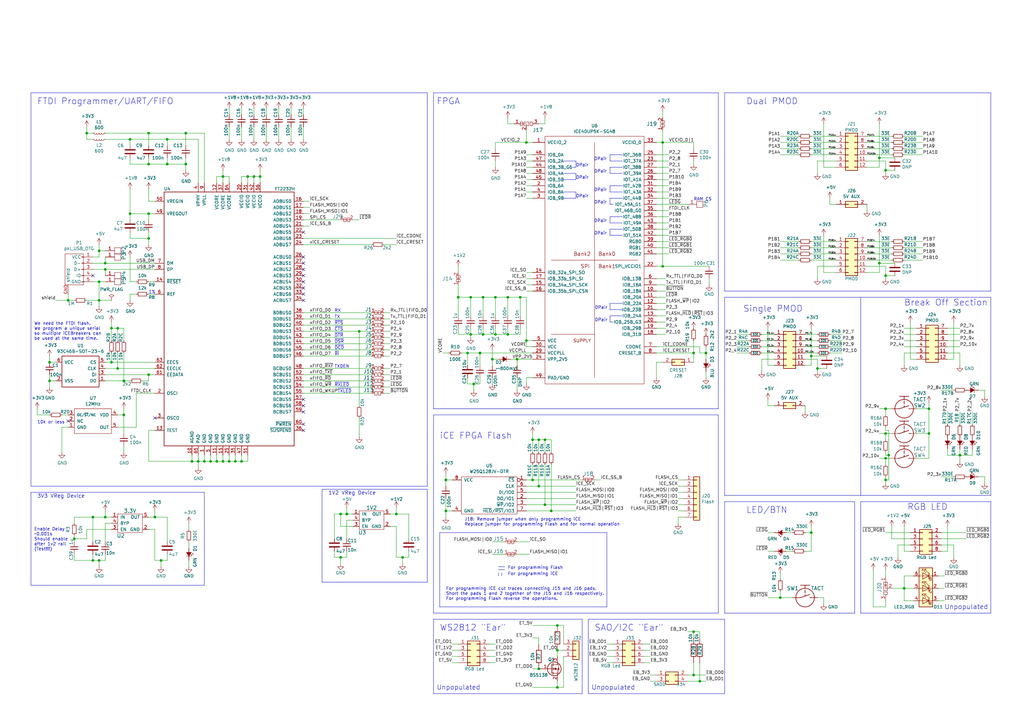
<source format=kicad_sch>
(kicad_sch (version 20230121) (generator eeschema)
  (paper "A3")
  (title_block (title "iCEBreaker") (rev "V1.0e") (company "1BitSquared") (comment 1 "2019 (C) 1BitSquared <info@1bitsquared.com>") (comment 2 "2019 (C) Piotr Esden-Tempski <piotr@esden.net>") (comment 3 "License: CC-BY-SA V4.0"))
  (junction (at 182.88 209.55))
  (junction (at 289.56 144.78))
  (junction (at 60.96 87.63))
  (junction (at 360.68 64.77))
  (junction (at 228.6 256.54))
  (junction (at 45.72 148.59))
  (junction (at 332.74 146.05))
  (junction (at 208.28 137.16))
  (junction (at 68.58 67.31))
  (junction (at 139.7 228.6))
  (junction (at 212.09 147.32))
  (junction (at 43.18 110.49))
  (junction (at 203.2 121.92))
  (junction (at 228.6 266.7))
  (junction (at 45.72 134.62))
  (junction (at 271.78 58.42))
  (junction (at 226.06 209.55))
  (junction (at 60.96 97.79))
  (junction (at 91.44 189.23))
  (junction (at 66.04 229.87))
  (junction (at 194.31 157.48))
  (junction (at 223.52 207.01))
  (junction (at 182.88 196.85))
  (junction (at 43.18 107.95))
  (junction (at 363.22 167.64))
  (junction (at 215.9 139.7))
  (junction (at 53.34 57.15))
  (junction (at 93.98 189.23))
  (junction (at 48.26 134.62))
  (junction (at 142.24 210.82))
  (junction (at 370.84 241.3))
  (junction (at 381 167.64))
  (junction (at 53.34 87.63))
  (junction (at 320.04 245.11))
  (junction (at 218.44 196.85))
  (junction (at 88.9 189.23))
  (junction (at 99.06 189.23))
  (junction (at 162.56 210.82))
  (junction (at 198.12 121.92))
  (junction (at 284.48 259.08))
  (junction (at 220.98 180.34))
  (junction (at 101.6 72.39))
  (junction (at 198.12 137.16))
  (junction (at 20.32 148.59))
  (junction (at 60.96 54.61))
  (junction (at 78.74 189.23))
  (junction (at 393.7 186.69))
  (junction (at 50.8 156.21))
  (junction (at 68.58 57.15))
  (junction (at 363.22 69.85))
  (junction (at 228.6 281.94))
  (junction (at 43.18 212.09))
  (junction (at 360.68 107.95))
  (junction (at 104.14 72.39))
  (junction (at 220.98 199.39))
  (junction (at 223.52 180.34))
  (junction (at 27.94 123.19))
  (junction (at 208.28 121.92))
  (junction (at 191.77 144.78))
  (junction (at 83.82 189.23))
  (junction (at 363.22 196.85))
  (junction (at 363.22 113.03))
  (junction (at 63.5 212.09))
  (junction (at 147.32 135.89))
  (junction (at 60.96 67.31))
  (junction (at 81.28 189.23))
  (junction (at 284.48 276.86))
  (junction (at 30.48 220.98))
  (junction (at 40.64 123.19))
  (junction (at 284.48 144.78))
  (junction (at 50.8 170.18))
  (junction (at 40.64 102.87))
  (junction (at 187.96 121.92))
  (junction (at 363.22 177.8))
  (junction (at 106.68 72.39))
  (junction (at 363.22 187.96))
  (junction (at 139.7 210.82))
  (junction (at 38.1 229.87))
  (junction (at 40.64 229.87))
  (junction (at 335.28 151.13))
  (junction (at 218.44 180.34))
  (junction (at 91.44 72.39))
  (junction (at 196.85 144.78))
  (junction (at 60.96 153.67))
  (junction (at 38.1 212.09))
  (junction (at 48.26 151.13))
  (junction (at 215.9 58.42))
  (junction (at 220.98 274.32))
  (junction (at 40.64 115.57))
  (junction (at 213.36 121.92))
  (junction (at 203.2 137.16))
  (junction (at 193.04 121.92))
  (junction (at 271.78 109.22))
  (junction (at 287.02 279.4))
  (junction (at 381 177.8))
  (junction (at 364.49 186.69))
  (junction (at 20.32 156.21))
  (junction (at 35.56 54.61))
  (junction (at 76.2 67.31))
  (junction (at 332.74 218.44))
  (junction (at 165.1 228.6))
  (junction (at 201.93 147.32))
  (junction (at 86.36 189.23))
  (junction (at 193.04 137.16))
  (junction (at 76.2 54.61))
  (junction (at 96.52 189.23))
  (no_connect (at 124.46 105.41))
  (no_connect (at 27.94 172.72))
  (no_connect (at 38.1 113.03))
  (no_connect (at 124.46 173.99))
  (no_connect (at 124.46 166.37))
  (no_connect (at 124.46 168.91))
  (no_connect (at 124.46 176.53))
  (no_connect (at 124.46 118.11))
  (no_connect (at 124.46 95.25))
  (no_connect (at 124.46 113.03))
  (no_connect (at 124.46 120.65))
  (no_connect (at 124.46 163.83))
  (no_connect (at 63.5 171.45))
  (no_connect (at 124.46 123.19))
  (no_connect (at 124.46 115.57))
  (no_connect (at 124.46 110.49))
  (no_connect (at 124.46 107.95))
  (wire (pts (xy 218.44 142.24) (xy 215.9 142.24)))
  (wire (pts (xy 35.56 54.61) (xy 38.1 54.61)))
  (wire (pts (xy 365.76 220.98) (xy 373.38 220.98)))
  (wire (pts (xy 78.74 186.69) (xy 78.74 189.23)))
  (wire (pts (xy 284.48 259.08) (xy 287.02 259.08)))
  (wire (pts (xy 312.42 152.4) (xy 312.42 147.32)))
  (wire (pts (xy 393.7 144.78) (xy 393.7 149.86)))
  (polyline (pts (xy 12.7 240.03) (xy 12.7 201.93)))
  (wire (pts (xy 50.8 134.62) (xy 48.26 134.62)))
  (wire (pts (xy 48.26 134.62) (xy 48.26 139.7)))
  (wire (pts (xy 45.72 144.78) (xy 45.72 148.59)))
  (polyline (pts (xy 294.64 167.64) (xy 177.8 167.64)))
  (wire (pts (xy 203.2 137.16) (xy 198.12 137.16)))
  (wire (pts (xy 330.2 166.37) (xy 330.2 168.91)))
  (wire (pts (xy 335.28 245.11) (xy 337.82 245.11)))
  (wire (pts (xy 368.3 228.6) (xy 368.3 223.52)))
  (wire (pts (xy 27.94 175.26) (xy 25.4 175.26)))
  (wire (pts (xy 157.48 143.51) (xy 160.02 143.51)))
  (wire (pts (xy 86.36 189.23) (xy 88.9 189.23)))
  (wire (pts (xy 248.92 269.24) (xy 251.46 269.24)))
  (wire (pts (xy 78.74 189.23) (xy 81.28 189.23)))
  (wire (pts (xy 142.24 228.6) (xy 142.24 226.06)))
  (wire (pts (xy 330.2 218.44) (xy 332.74 218.44)))
  (wire (pts (xy 370.84 246.38) (xy 370.84 241.3)))
  (polyline (pts (xy 236.22 73.66) (xy 231.14 73.66)))
  (polyline (pts (xy 406.4 203.2) (xy 297.18 203.2)))
  (wire (pts (xy 200.66 271.78) (xy 203.2 271.78)))
  (wire (pts (xy 55.88 120.65) (xy 53.34 120.65)))
  (polyline (pts (xy 234.95 68.58) (xy 236.22 68.58)))
  (wire (pts (xy 269.24 78.74) (xy 274.32 78.74)))
  (wire (pts (xy 215.9 121.92) (xy 215.9 139.7)))
  (wire (pts (xy 269.24 63.5) (xy 274.32 63.5)))
  (wire (pts (xy 124.46 143.51) (xy 152.4 143.51)))
  (polyline (pts (xy 241.3 254) (xy 297.18 254)))
  (wire (pts (xy 269.24 142.24) (xy 287.02 142.24)))
  (wire (pts (xy 271.78 53.34) (xy 271.78 58.42)))
  (wire (pts (xy 93.98 52.07) (xy 93.98 57.15)))
  (wire (pts (xy 76.2 54.61) (xy 76.2 59.69)))
  (polyline (pts (xy 297.18 254) (xy 297.18 284.48)))
  (wire (pts (xy 307.34 142.24) (xy 302.26 142.24)))
  (polyline (pts (xy 250.19 96.52) (xy 255.27 96.52)))
  (wire (pts (xy 191.77 149.86) (xy 191.77 144.78)))
  (wire (pts (xy 218.44 185.42) (xy 218.44 180.34)))
  (wire (pts (xy 370.84 106.68) (xy 378.46 106.68)))
  (wire (pts (xy 231.14 269.24) (xy 231.14 281.94)))
  (wire (pts (xy 58.42 156.21) (xy 60.96 156.21)))
  (wire (pts (xy 269.24 114.3) (xy 273.05 114.3)))
  (wire (pts (xy 27.94 120.65) (xy 27.94 123.19)))
  (wire (pts (xy 287.02 279.4) (xy 281.94 279.4)))
  (wire (pts (xy 124.46 138.43) (xy 152.4 138.43)))
  (wire (pts (xy 193.04 121.92) (xy 187.96 121.92)))
  (wire (pts (xy 231.14 281.94) (xy 228.6 281.94)))
  (polyline (pts (xy 250.19 88.9) (xy 250.19 91.44)))
  (wire (pts (xy 208.28 48.26) (xy 208.28 50.8)))
  (wire (pts (xy 165.1 228.6) (xy 165.1 231.14)))
  (wire (pts (xy 269.24 116.84) (xy 273.05 116.84)))
  (wire (pts (xy 40.64 229.87) (xy 43.18 229.87)))
  (wire (pts (xy 330.2 137.16) (xy 335.28 137.16)))
  (wire (pts (xy 360.68 68.58) (xy 360.68 64.77)))
  (wire (pts (xy 187.96 264.16) (xy 185.42 264.16)))
  (wire (pts (xy 332.74 226.06) (xy 330.2 226.06)))
  (wire (pts (xy 124.46 92.71) (xy 127 92.71)))
  (wire (pts (xy 157.48 100.33) (xy 162.56 100.33)))
  (wire (pts (xy 60.96 97.79) (xy 60.96 95.25)))
  (wire (pts (xy 193.04 137.16) (xy 198.12 137.16)))
  (wire (pts (xy 284.48 276.86) (xy 289.56 276.86)))
  (wire (pts (xy 204.47 147.32) (xy 201.93 147.32)))
  (polyline (pts (xy 236.22 66.04) (xy 231.14 66.04)))
  (wire (pts (xy 218.44 190.5) (xy 218.44 196.85)))
  (polyline (pts (xy 406.4 251.46) (xy 353.06 251.46)))
  (wire (pts (xy 284.48 144.78) (xy 284.48 139.7)))
  (polyline (pts (xy 294.64 170.18) (xy 294.64 251.46)))
  (wire (pts (xy 157.48 140.97) (xy 160.02 140.97)))
  (wire (pts (xy 218.44 68.58) (xy 215.9 68.58)))
  (wire (pts (xy 201.93 227.33) (xy 207.01 227.33)))
  (wire (pts (xy 317.5 139.7) (xy 312.42 139.7)))
  (wire (pts (xy 327.66 63.5) (xy 320.04 63.5)))
  (wire (pts (xy 43.18 110.49) (xy 43.18 113.03)))
  (polyline (pts (xy 250.19 81.28) (xy 250.19 83.82)))
  (wire (pts (xy 165.1 228.6) (xy 167.64 228.6)))
  (wire (pts (xy 342.9 68.58) (xy 337.82 68.58)))
  (wire (pts (xy 218.44 177.8) (xy 218.44 180.34)))
  (wire (pts (xy 99.06 72.39) (xy 101.6 72.39)))
  (polyline (pts (xy 12.7 199.39) (xy 12.7 38.1)))
  (wire (pts (xy 370.84 144.78) (xy 370.84 149.86)))
  (wire (pts (xy 363.22 69.85) (xy 363.22 71.12)))
  (wire (pts (xy 363.22 109.22) (xy 355.6 109.22)))
  (wire (pts (xy 43.18 229.87) (xy 43.18 227.33)))
  (wire (pts (xy 30.48 220.98) (xy 35.56 220.98)))
  (wire (pts (xy 124.46 135.89) (xy 147.32 135.89)))
  (wire (pts (xy 63.5 176.53) (xy 60.96 176.53)))
  (wire (pts (xy 157.48 135.89) (xy 160.02 135.89)))
  (wire (pts (xy 35.56 220.98) (xy 35.56 217.17)))
  (wire (pts (xy 218.44 114.3) (xy 215.9 114.3)))
  (wire (pts (xy 88.9 189.23) (xy 91.44 189.23)))
  (wire (pts (xy 157.48 128.27) (xy 160.02 128.27)))
  (polyline (pts (xy 294.64 251.46) (xy 177.8 251.46)))
  (wire (pts (xy 200.66 266.7) (xy 203.2 266.7)))
  (wire (pts (xy 191.77 144.78) (xy 196.85 144.78)))
  (wire (pts (xy 363.22 167.64) (xy 365.76 167.64)))
  (wire (pts (xy 363.22 195.58) (xy 363.22 196.85)))
  (wire (pts (xy 63.5 82.55) (xy 60.96 82.55)))
  (wire (pts (xy 53.34 90.17) (xy 53.34 87.63)))
  (wire (pts (xy 142.24 213.36) (xy 142.24 220.98)))
  (wire (pts (xy 391.16 223.52) (xy 391.16 228.6)))
  (wire (pts (xy 50.8 156.21) (xy 53.34 156.21)))
  (wire (pts (xy 203.2 58.42) (xy 203.2 60.96)))
  (polyline (pts (xy 250.19 124.46) (xy 250.19 127)))
  (wire (pts (xy 43.18 151.13) (xy 48.26 151.13)))
  (wire (pts (xy 194.31 157.48) (xy 191.77 157.48)))
  (wire (pts (xy 43.18 115.57) (xy 40.64 115.57)))
  (wire (pts (xy 269.24 86.36) (xy 274.32 86.36)))
  (wire (pts (xy 43.18 153.67) (xy 60.96 153.67)))
  (wire (pts (xy 60.96 64.77) (xy 60.96 67.31)))
  (wire (pts (xy 160.02 215.9) (xy 162.56 215.9)))
  (wire (pts (xy 355.6 101.6) (xy 365.76 101.6)))
  (wire (pts (xy 215.9 139.7) (xy 215.9 142.24)))
  (wire (pts (xy 187.96 116.84) (xy 187.96 121.92)))
  (wire (pts (xy 182.88 196.85) (xy 182.88 194.31)))
  (wire (pts (xy 167.64 228.6) (xy 167.64 226.06)))
  (wire (pts (xy 290.83 114.3) (xy 290.83 116.84)))
  (wire (pts (xy 139.7 228.6) (xy 142.24 228.6)))
  (wire (pts (xy 48.26 170.18) (xy 50.8 170.18)))
  (polyline (pts (xy 250.19 129.54) (xy 250.19 132.08)))
  (wire (pts (xy 53.34 115.57) (xy 53.34 105.41)))
  (polyline (pts (xy 205.74 234.95) (xy 205.74 236.22)))
  (wire (pts (xy 212.09 149.86) (xy 212.09 147.32)))
  (wire (pts (xy 20.32 156.21) (xy 20.32 158.75)))
  (wire (pts (xy 340.36 83.82) (xy 340.36 81.28)))
  (wire (pts (xy 368.3 223.52) (xy 373.38 223.52)))
  (wire (pts (xy 212.09 147.32) (xy 218.44 147.32)))
  (polyline (pts (xy 177.8 284.48) (xy 177.8 254)))
  (wire (pts (xy 330.2 144.78) (xy 335.28 144.78)))
  (wire (pts (xy 185.42 196.85) (xy 182.88 196.85)))
  (polyline (pts (xy 250.19 83.82) (xy 251.46 83.82)))
  (wire (pts (xy 386.08 218.44) (xy 396.24 218.44)))
  (wire (pts (xy 215.9 207.01) (xy 223.52 207.01)))
  (wire (pts (xy 317.5 137.16) (xy 312.42 137.16)))
  (wire (pts (xy 271.78 148.59) (xy 269.24 148.59)))
  (wire (pts (xy 30.48 214.63) (xy 30.48 212.09)))
  (wire (pts (xy 185.42 266.7) (xy 187.96 266.7)))
  (wire (pts (xy 196.85 154.94) (xy 196.85 157.48)))
  (wire (pts (xy 40.64 229.87) (xy 40.64 232.41)))
  (wire (pts (xy 99.06 189.23) (xy 101.6 189.23)))
  (wire (pts (xy 30.48 229.87) (xy 38.1 229.87)))
  (wire (pts (xy 101.6 189.23) (xy 101.6 186.69)))
  (wire (pts (xy 363.22 187.96) (xy 363.22 190.5)))
  (wire (pts (xy 393.7 186.69) (xy 398.78 186.69)))
  (wire (pts (xy 43.18 214.63) (xy 43.18 222.25)))
  (wire (pts (xy 96.52 186.69) (xy 96.52 189.23)))
  (wire (pts (xy 101.6 72.39) (xy 104.14 72.39)))
  (wire (pts (xy 363.22 167.64) (xy 363.22 170.18)))
  (wire (pts (xy 181.61 144.78) (xy 184.15 144.78)))
  (wire (pts (xy 83.82 189.23) (xy 86.36 189.23)))
  (wire (pts (xy 271.78 58.42) (xy 284.48 58.42)))
  (wire (pts (xy 198.12 137.16) (xy 198.12 134.62)))
  (wire (pts (xy 43.18 212.09) (xy 45.72 212.09)))
  (wire (pts (xy 203.2 121.92) (xy 203.2 129.54)))
  (wire (pts (xy 35.56 54.61) (xy 35.56 57.15)))
  (wire (pts (xy 307.34 137.16) (xy 302.26 137.16)))
  (polyline (pts (xy 241.3 284.48) (xy 241.3 254)))
  (wire (pts (xy 196.85 157.48) (xy 194.31 157.48)))
  (wire (pts (xy 320.04 242.57) (xy 320.04 245.11)))
  (wire (pts (xy 264.16 271.78) (xy 266.7 271.78)))
  (wire (pts (xy 401.32 160.02) (xy 403.86 160.02)))
  (polyline (pts (xy 238.76 254) (xy 238.76 284.48)))
  (wire (pts (xy 332.74 149.86) (xy 332.74 146.05)))
  (wire (pts (xy 213.36 134.62) (xy 213.36 137.16)))
  (wire (pts (xy 63.5 212.09) (xy 63.5 209.55)))
  (wire (pts (xy 22.86 156.21) (xy 20.32 156.21)))
  (polyline (pts (xy 297.18 38.1) (xy 406.4 38.1)))
  (wire (pts (xy 212.09 154.94) (xy 212.09 160.02)))
  (wire (pts (xy 337.82 111.76) (xy 337.82 96.52)))
  (wire (pts (xy 215.9 53.34) (xy 215.9 58.42)))
  (wire (pts (xy 355.6 99.06) (xy 365.76 99.06)))
  (wire (pts (xy 208.28 121.92) (xy 208.28 129.54)))
  (wire (pts (xy 139.7 215.9) (xy 139.7 210.82)))
  (wire (pts (xy 104.14 52.07) (xy 104.14 57.15)))
  (wire (pts (xy 201.93 147.32) (xy 201.93 149.86)))
  (wire (pts (xy 388.62 134.62) (xy 393.7 134.62)))
  (wire (pts (xy 269.24 134.62) (xy 273.05 134.62)))
  (polyline (pts (xy 250.19 93.98) (xy 250.19 96.52)))
  (wire (pts (xy 53.34 67.31) (xy 60.96 67.31)))
  (wire (pts (xy 193.04 137.16) (xy 193.04 138.43)))
  (wire (pts (xy 401.32 195.58) (xy 403.86 195.58)))
  (wire (pts (xy 364.49 186.69) (xy 364.49 196.85)))
  (wire (pts (xy 370.84 226.06) (xy 373.38 226.06)))
  (wire (pts (xy 124.46 153.67) (xy 152.4 153.67)))
  (wire (pts (xy 208.28 50.8) (xy 210.82 50.8)))
  (wire (pts (xy 212.09 227.33) (xy 217.17 227.33)))
  (wire (pts (xy 139.7 210.82) (xy 142.24 210.82)))
  (wire (pts (xy 35.56 57.15) (xy 38.1 57.15)))
  (polyline (pts (xy 406.4 121.92) (xy 406.4 203.2)))
  (wire (pts (xy 53.34 57.15) (xy 68.58 57.15)))
  (wire (pts (xy 360.68 177.8) (xy 363.22 177.8)))
  (wire (pts (xy 391.16 132.08) (xy 391.16 147.32)))
  (wire (pts (xy 337.82 245.11) (xy 337.82 247.65)))
  (wire (pts (xy 63.5 229.87) (xy 66.04 229.87)))
  (wire (pts (xy 53.34 87.63) (xy 53.34 77.47)))
  (polyline (pts (xy 255.27 76.2) (xy 250.19 76.2)))
  (wire (pts (xy 91.44 186.69) (xy 91.44 189.23)))
  (wire (pts (xy 226.06 209.55) (xy 226.06 190.5)))
  (polyline (pts (xy 297.18 205.74) (xy 350.52 205.74)))
  (wire (pts (xy 162.56 210.82) (xy 167.64 210.82)))
  (polyline (pts (xy 406.4 205.74) (xy 406.4 251.46)))
  (wire (pts (xy 93.98 44.45) (xy 93.98 46.99)))
  (wire (pts (xy 45.72 134.62) (xy 45.72 139.7)))
  (wire (pts (xy 370.84 241.3) (xy 370.84 236.22)))
  (wire (pts (xy 340.36 142.24) (xy 345.44 142.24)))
  (wire (pts (xy 264.16 264.16) (xy 266.7 264.16)))
  (wire (pts (xy 63.5 217.17) (xy 63.5 229.87)))
  (wire (pts (xy 99.06 44.45) (xy 99.06 46.99)))
  (wire (pts (xy 185.42 209.55) (xy 182.88 209.55)))
  (wire (pts (xy 124.46 52.07) (xy 124.46 57.15)))
  (wire (pts (xy 218.44 261.62) (xy 220.98 261.62)))
  (wire (pts (xy 330.2 147.32) (xy 335.28 147.32)))
  (wire (pts (xy 375.92 142.24) (xy 370.84 142.24)))
  (wire (pts (xy 388.62 142.24) (xy 393.7 142.24)))
  (polyline (pts (xy 177.8 170.18) (xy 294.64 170.18)))
  (wire (pts (xy 342.9 60.96) (xy 332.74 60.96)))
  (wire (pts (xy 187.96 134.62) (xy 187.96 137.16)))
  (polyline (pts (xy 83.82 201.93) (xy 83.82 240.03)))
  (wire (pts (xy 269.24 279.4) (xy 266.7 279.4)))
  (wire (pts (xy 55.88 161.29) (xy 63.5 161.29)))
  (wire (pts (xy 269.24 137.16) (xy 273.05 137.16)))
  (wire (pts (xy 60.96 67.31) (xy 68.58 67.31)))
  (wire (pts (xy 386.08 226.06) (xy 388.62 226.06)))
  (wire (pts (xy 360.68 111.76) (xy 355.6 111.76)))
  (wire (pts (xy 327.66 99.06) (xy 320.04 99.06)))
  (wire (pts (xy 218.44 58.42) (xy 215.9 58.42)))
  (wire (pts (xy 40.64 123.19) (xy 40.64 125.73)))
  (wire (pts (xy 289.56 152.4) (xy 289.56 154.94)))
  (wire (pts (xy 27.94 170.18) (xy 25.4 170.18)))
  (wire (pts (xy 124.46 90.17) (xy 139.7 90.17)))
  (wire (pts (xy 332.74 215.9) (xy 332.74 218.44)))
  (wire (pts (xy 81.28 186.69) (xy 81.28 189.23)))
  (wire (pts (xy 124.46 85.09) (xy 127 85.09)))
  (wire (pts (xy 327.66 101.6) (xy 320.04 101.6)))
  (polyline (pts (xy 297.18 121.92) (xy 297.18 203.2)))
  (wire (pts (xy 335.28 114.3) (xy 335.28 109.22)))
  (wire (pts (xy 60.96 54.61) (xy 60.96 59.69)))
  (wire (pts (xy 124.46 97.79) (xy 162.56 97.79)))
  (wire (pts (xy 375.92 144.78) (xy 370.84 144.78)))
  (polyline (pts (xy 12.7 38.1) (xy 175.26 38.1)))
  (wire (pts (xy 373.38 147.32) (xy 373.38 132.08)))
  (polyline (pts (xy 250.19 68.58) (xy 250.19 71.12)))
  (wire (pts (xy 269.24 144.78) (xy 284.48 144.78)))
  (wire (pts (xy 223.52 207.01) (xy 223.52 190.5)))
  (wire (pts (xy 269.24 71.12) (xy 274.32 71.12)))
  (wire (pts (xy 365.76 241.3) (xy 370.84 241.3)))
  (wire (pts (xy 269.24 81.28) (xy 274.32 81.28)))
  (wire (pts (xy 30.48 220.98) (xy 30.48 222.25)))
  (wire (pts (xy 363.22 113.03) (xy 367.03 113.03)))
  (wire (pts (xy 327.66 60.96) (xy 320.04 60.96)))
  (wire (pts (xy 330.2 139.7) (xy 335.28 139.7)))
  (wire (pts (xy 373.38 218.44) (xy 363.22 218.44)))
  (wire (pts (xy 278.13 199.39) (xy 280.67 199.39)))
  (wire (pts (xy 200.66 264.16) (xy 203.2 264.16)))
  (wire (pts (xy 213.36 137.16) (xy 208.28 137.16)))
  (polyline (pts (xy 255.27 88.9) (xy 250.19 88.9)))
  (wire (pts (xy 220.98 261.62) (xy 220.98 264.16)))
  (wire (pts (xy 278.13 207.01) (xy 280.67 207.01)))
  (wire (pts (xy 99.06 186.69) (xy 99.06 189.23)))
  (wire (pts (xy 370.84 101.6) (xy 378.46 101.6)))
  (wire (pts (xy 220.98 199.39) (xy 236.22 199.39)))
  (wire (pts (xy 284.48 261.62) (xy 284.48 259.08)))
  (wire (pts (xy 342.9 104.14) (xy 332.74 104.14)))
  (wire (pts (xy 220.98 190.5) (xy 220.98 199.39)))
  (wire (pts (xy 157.48 133.35) (xy 160.02 133.35)))
  (wire (pts (xy 335.28 151.13) (xy 335.28 152.4)))
  (polyline (pts (xy 177.8 167.64) (xy 177.8 38.1)))
  (wire (pts (xy 220.98 274.32) (xy 218.44 274.32)))
  (wire (pts (xy 60.96 82.55) (xy 60.96 77.47)))
  (wire (pts (xy 314.96 149.86) (xy 314.96 134.62)))
  (wire (pts (xy 388.62 144.78) (xy 393.7 144.78)))
  (polyline (pts (xy 236.22 68.58) (xy 236.22 66.04)))
  (wire (pts (xy 203.2 134.62) (xy 203.2 137.16)))
  (wire (pts (xy 342.9 106.68) (xy 332.74 106.68)))
  (wire (pts (xy 93.98 72.39) (xy 93.98 74.93)))
  (wire (pts (xy 322.58 218.44) (xy 325.12 218.44)))
  (wire (pts (xy 30.48 212.09) (xy 38.1 212.09)))
  (polyline (pts (xy 250.19 127) (xy 255.27 127)))
  (wire (pts (xy 40.64 123.19) (xy 45.72 123.19)))
  (wire (pts (xy 365.76 215.9) (xy 365.76 220.98)))
  (wire (pts (xy 271.78 45.72) (xy 271.78 48.26)))
  (wire (pts (xy 223.52 180.34) (xy 223.52 185.42)))
  (polyline (pts (xy 297.18 251.46) (xy 297.18 205.74)))
  (wire (pts (xy 251.46 264.16) (xy 248.92 264.16)))
  (wire (pts (xy 218.44 81.28) (xy 215.9 81.28)))
  (wire (pts (xy 363.22 246.38) (xy 363.22 248.92)))
  (wire (pts (xy 119.38 52.07) (xy 119.38 57.15)))
  (wire (pts (xy 228.6 266.7) (xy 231.14 266.7)))
  (wire (pts (xy 278.13 212.09) (xy 278.13 214.63)))
  (wire (pts (xy 208.28 137.16) (xy 203.2 137.16)))
  (wire (pts (xy 363.22 187.96) (xy 365.76 187.96)))
  (polyline (pts (xy 231.14 78.74) (xy 236.22 78.74)))
  (wire (pts (xy 144.78 215.9) (xy 139.7 215.9)))
  (wire (pts (xy 287.02 259.08) (xy 287.02 261.62)))
  (wire (pts (xy 220.98 180.34) (xy 223.52 180.34)))
  (wire (pts (xy 218.44 180.34) (xy 220.98 180.34)))
  (wire (pts (xy 124.46 82.55) (xy 127 82.55)))
  (wire (pts (xy 218.44 71.12) (xy 215.9 71.12)))
  (wire (pts (xy 38.1 105.41) (xy 40.64 105.41)))
  (wire (pts (xy 384.81 241.3) (xy 387.35 241.3)))
  (wire (pts (xy 355.6 106.68) (xy 365.76 106.68)))
  (wire (pts (xy 185.42 269.24) (xy 187.96 269.24)))
  (wire (pts (xy 60.96 189.23) (xy 78.74 189.23)))
  (polyline (pts (xy 175.26 38.1) (xy 175.26 199.39)))
  (wire (pts (xy 91.44 189.23) (xy 93.98 189.23)))
  (wire (pts (xy 226.06 180.34) (xy 226.06 185.42)))
  (wire (pts (xy 218.44 116.84) (xy 215.9 116.84)))
  (wire (pts (xy 43.18 54.61) (xy 60.96 54.61)))
  (wire (pts (xy 124.46 130.81) (xy 152.4 130.81)))
  (wire (pts (xy 363.22 109.22) (xy 363.22 113.03)))
  (wire (pts (xy 287.02 271.78) (xy 287.02 279.4)))
  (wire (pts (xy 124.46 100.33) (xy 152.4 100.33)))
  (wire (pts (xy 322.58 226.06) (xy 325.12 226.06)))
  (wire (pts (xy 77.47 229.87) (xy 77.47 232.41)))
  (wire (pts (xy 375.92 187.96) (xy 381 187.96)))
  (wire (pts (xy 269.24 66.04) (xy 274.32 66.04)))
  (wire (pts (xy 220.98 50.8) (xy 223.52 50.8)))
  (polyline (pts (xy 236.22 81.28) (xy 231.14 81.28)))
  (wire (pts (xy 363.22 186.69) (xy 364.49 186.69)))
  (polyline (pts (xy 350.52 205.74) (xy 350.52 251.46)))
  (wire (pts (xy 22.86 148.59) (xy 20.32 148.59)))
  (wire (pts (xy 363.22 176.53) (xy 364.49 176.53)))
  (wire (pts (xy 342.9 55.88) (xy 332.74 55.88)))
  (wire (pts (xy 212.09 222.25) (xy 217.17 222.25)))
  (wire (pts (xy 269.24 93.98) (xy 274.32 93.98)))
  (wire (pts (xy 215.9 121.92) (xy 213.36 121.92)))
  (wire (pts (xy 264.16 269.24) (xy 266.7 269.24)))
  (wire (pts (xy 360.68 64.77) (xy 367.03 64.77)))
  (polyline (pts (xy 255.27 124.46) (xy 250.19 124.46)))
  (wire (pts (xy 38.1 227.33) (xy 38.1 229.87)))
  (wire (pts (xy 218.44 76.2) (xy 215.9 76.2)))
  (wire (pts (xy 381 177.8) (xy 381 167.64)))
  (wire (pts (xy 269.24 83.82) (xy 281.94 83.82)))
  (wire (pts (xy 320.04 237.49) (xy 320.04 234.95)))
  (polyline (pts (xy 250.19 71.12) (xy 255.27 71.12)))
  (wire (pts (xy 280.67 196.85) (xy 278.13 196.85)))
  (wire (pts (xy 360.68 107.95) (xy 367.03 107.95)))
  (wire (pts (xy 88.9 74.93) (xy 88.9 72.39)))
  (wire (pts (xy 124.46 151.13) (xy 152.4 151.13)))
  (polyline (pts (xy 250.19 76.2) (xy 250.19 78.74)))
  (wire (pts (xy 218.44 63.5) (xy 215.9 63.5)))
  (wire (pts (xy 335.28 151.13) (xy 339.09 151.13)))
  (polyline (pts (xy 255.27 63.5) (xy 250.19 63.5)))
  (wire (pts (xy 201.93 154.94) (xy 201.93 157.48)))
  (wire (pts (xy 157.48 156.21) (xy 160.02 156.21)))
  (wire (pts (xy 60.96 87.63) (xy 53.34 87.63)))
  (wire (pts (xy 35.56 123.19) (xy 40.64 123.19)))
  (wire (pts (xy 317.5 218.44) (xy 314.96 218.44)))
  (wire (pts (xy 269.24 99.06) (xy 274.32 99.06)))
  (wire (pts (xy 284.48 58.42) (xy 284.48 60.96)))
  (wire (pts (xy 81.28 57.15) (xy 81.28 74.93)))
  (wire (pts (xy 187.96 121.92) (xy 187.96 129.54)))
  (wire (pts (xy 182.88 204.47) (xy 182.88 209.55)))
  (wire (pts (xy 157.48 138.43) (xy 160.02 138.43)))
  (wire (pts (xy 124.46 44.45) (xy 124.46 46.99)))
  (wire (pts (xy 196.85 144.78) (xy 196.85 149.86)))
  (polyline (pts (xy 132.08 238.76) (xy 132.08 200.66)))
  (wire (pts (xy 364.49 176.53) (xy 364.49 186.69)))
  (wire (pts (xy 124.46 146.05) (xy 152.4 146.05)))
  (wire (pts (xy 327.66 106.68) (xy 320.04 106.68)))
  (wire (pts (xy 314.96 166.37) (xy 314.96 163.83)))
  (wire (pts (xy 386.08 220.98) (xy 396.24 220.98)))
  (wire (pts (xy 342.9 66.04) (xy 335.28 66.04)))
  (wire (pts (xy 144.78 90.17) (xy 147.32 90.17)))
  (wire (pts (xy 27.94 123.19) (xy 30.48 123.19)))
  (wire (pts (xy 375.92 177.8) (xy 381 177.8)))
  (wire (pts (xy 104.14 44.45) (xy 104.14 46.99)))
  (wire (pts (xy 228.6 279.4) (xy 228.6 281.94)))
  (wire (pts (xy 53.34 97.79) (xy 60.96 97.79)))
  (wire (pts (xy 355.6 66.04) (xy 363.22 66.04)))
  (wire (pts (xy 187.96 109.22) (xy 187.96 111.76)))
  (wire (pts (xy 231.14 256.54) (xy 228.6 256.54)))
  (wire (pts (xy 284.48 276.86) (xy 281.94 276.86)))
  (wire (pts (xy 60.96 90.17) (xy 60.96 87.63)))
  (polyline (pts (xy 204.47 232.41) (xy 207.01 232.41)))
  (wire (pts (xy 76.2 54.61) (xy 83.82 54.61)))
  (wire (pts (xy 167.64 210.82) (xy 167.64 220.98)))
  (wire (pts (xy 43.18 156.21) (xy 50.8 156.21)))
  (wire (pts (xy 15.24 167.64) (xy 15.24 170.18)))
  (wire (pts (xy 264.16 266.7) (xy 266.7 266.7)))
  (wire (pts (xy 388.62 226.06) (xy 388.62 215.9)))
  (wire (pts (xy 45.72 214.63) (xy 43.18 214.63)))
  (polyline (pts (xy 180.34 218.44) (xy 248.92 218.44)))
  (wire (pts (xy 280.67 212.09) (xy 278.13 212.09)))
  (wire (pts (xy 83.82 186.69) (xy 83.82 189.23)))
  (wire (pts (xy 93.98 186.69) (xy 93.98 189.23)))
  (wire (pts (xy 375.92 147.32) (xy 373.38 147.32)))
  (wire (pts (xy 68.58 229.87) (xy 68.58 227.33)))
  (polyline (pts (xy 297.18 119.38) (xy 297.18 38.1)))
  (polyline (pts (xy 406.4 119.38) (xy 297.18 119.38)))
  (wire (pts (xy 203.2 121.92) (xy 198.12 121.92)))
  (wire (pts (xy 60.96 156.21) (xy 60.96 153.67)))
  (polyline (pts (xy 406.4 38.1) (xy 406.4 119.38)))
  (wire (pts (xy 104.14 72.39) (xy 104.14 74.93)))
  (wire (pts (xy 60.96 212.09) (xy 63.5 212.09)))
  (wire (pts (xy 388.62 139.7) (xy 393.7 139.7)))
  (wire (pts (xy 374.65 236.22) (xy 370.84 236.22)))
  (wire (pts (xy 124.46 140.97) (xy 152.4 140.97)))
  (wire (pts (xy 77.47 222.25) (xy 77.47 224.79)))
  (wire (pts (xy 320.04 245.11) (xy 314.96 245.11)))
  (wire (pts (xy 370.84 104.14) (xy 378.46 104.14)))
  (wire (pts (xy 142.24 210.82) (xy 144.78 210.82)))
  (wire (pts (xy 284.48 271.78) (xy 284.48 276.86)))
  (wire (pts (xy 43.18 105.41) (xy 43.18 107.95)))
  (wire (pts (xy 335.28 147.32) (xy 335.28 151.13)))
  (wire (pts (xy 50.8 144.78) (xy 50.8 156.21)))
  (wire (pts (xy 370.84 63.5) (xy 378.46 63.5)))
  (wire (pts (xy 81.28 189.23) (xy 81.28 191.77)))
  (polyline (pts (xy 255.27 81.28) (xy 250.19 81.28)))
  (polyline (pts (xy 177.8 38.1) (xy 294.64 38.1)))
  (wire (pts (xy 53.34 64.77) (xy 53.34 67.31)))
  (wire (pts (xy 45.72 132.08) (xy 45.72 134.62)))
  (wire (pts (xy 360.68 111.76) (xy 360.68 107.95)))
  (polyline (pts (xy 177.8 254) (xy 238.76 254)))
  (wire (pts (xy 269.24 124.46) (xy 273.05 124.46)))
  (wire (pts (xy 223.52 50.8) (xy 223.52 48.26)))
  (wire (pts (xy 137.16 226.06) (xy 137.16 228.6)))
  (wire (pts (xy 337.82 68.58) (xy 337.82 50.8)))
  (polyline (pts (xy 236.22 78.74) (xy 236.22 81.28)))
  (wire (pts (xy 91.44 72.39) (xy 93.98 72.39)))
  (wire (pts (xy 360.68 167.64) (xy 363.22 167.64)))
  (wire (pts (xy 104.14 72.39) (xy 106.68 72.39)))
  (wire (pts (xy 317.5 149.86) (xy 314.96 149.86)))
  (wire (pts (xy 88.9 72.39) (xy 91.44 72.39)))
  (wire (pts (xy 312.42 147.32) (xy 317.5 147.32)))
  (wire (pts (xy 38.1 212.09) (xy 43.18 212.09)))
  (wire (pts (xy 185.42 271.78) (xy 187.96 271.78)))
  (wire (pts (xy 43.18 107.95) (xy 63.5 107.95)))
  (wire (pts (xy 342.9 83.82) (xy 340.36 83.82)))
  (wire (pts (xy 182.88 209.55) (xy 182.88 212.09)))
  (wire (pts (xy 60.96 176.53) (xy 60.96 189.23)))
  (wire (pts (xy 269.24 68.58) (xy 274.32 68.58)))
  (wire (pts (xy 388.62 186.69) (xy 393.7 186.69)))
  (wire (pts (xy 363.22 113.03) (xy 363.22 114.3)))
  (wire (pts (xy 248.92 266.7) (xy 251.46 266.7)))
  (wire (pts (xy 223.52 207.01) (xy 236.22 207.01)))
  (wire (pts (xy 182.88 196.85) (xy 182.88 199.39)))
  (wire (pts (xy 218.44 139.7) (xy 215.9 139.7)))
  (wire (pts (xy 50.8 139.7) (xy 50.8 134.62)))
  (wire (pts (xy 340.36 144.78) (xy 345.44 144.78)))
  (polyline (pts (xy 204.47 234.95) (xy 204.47 236.22)))
  (wire (pts (xy 43.18 148.59) (xy 45.72 148.59)))
  (wire (pts (xy 48.26 151.13) (xy 63.5 151.13)))
  (wire (pts (xy 325.12 245.11) (xy 320.04 245.11)))
  (polyline (pts (xy 204.47 233.68) (xy 207.01 233.68)))
  (wire (pts (xy 218.44 119.38) (xy 215.9 119.38)))
  (wire (pts (xy 398.78 173.99) (xy 398.78 168.91)))
  (wire (pts (xy 114.3 44.45) (xy 114.3 46.99)))
  (wire (pts (xy 38.1 212.09) (xy 38.1 222.25)))
  (wire (pts (xy 391.16 160.02) (xy 386.08 160.02)))
  (wire (pts (xy 363.22 177.8) (xy 365.76 177.8)))
  (wire (pts (xy 335.28 66.04) (xy 335.28 71.12)))
  (wire (pts (xy 40.64 115.57) (xy 40.64 123.19)))
  (wire (pts (xy 157.48 153.67) (xy 160.02 153.67)))
  (wire (pts (xy 25.4 175.26) (xy 25.4 185.42)))
  (wire (pts (xy 393.7 184.15) (xy 393.7 186.69)))
  (wire (pts (xy 363.22 185.42) (xy 363.22 186.69)))
  (wire (pts (xy 271.78 58.42) (xy 271.78 109.22)))
  (wire (pts (xy 81.28 189.23) (xy 83.82 189.23)))
  (wire (pts (xy 99.06 52.07) (xy 99.06 57.15)))
  (wire (pts (xy 355.6 83.82) (xy 355.6 86.36)))
  (wire (pts (xy 403.86 195.58) (xy 403.86 198.12)))
  (wire (pts (xy 30.48 219.71) (xy 30.48 220.98)))
  (wire (pts (xy 269.24 101.6) (xy 274.32 101.6)))
  (wire (pts (xy 86.36 186.69) (xy 86.36 189.23)))
  (wire (pts (xy 66.04 229.87) (xy 68.58 229.87)))
  (wire (pts (xy 317.5 226.06) (xy 314.96 226.06)))
  (wire (pts (xy 50.8 170.18) (xy 50.8 177.8)))
  (wire (pts (xy 332.74 146.05) (xy 332.74 134.62)))
  (polyline (pts (xy 353.06 205.74) (xy 406.4 205.74)))
  (wire (pts (xy 330.2 149.86) (xy 332.74 149.86)))
  (wire (pts (xy 139.7 228.6) (xy 139.7 231.14)))
  (wire (pts (xy 358.14 248.92) (xy 358.14 233.68)))
  (wire (pts (xy 374.65 246.38) (xy 370.84 246.38)))
  (wire (pts (xy 213.36 121.92) (xy 213.36 129.54)))
  (wire (pts (xy 374.65 241.3) (xy 370.84 241.3)))
  (wire (pts (xy 50.8 170.18) (xy 50.8 167.64)))
  (wire (pts (xy 360.68 187.96) (xy 363.22 187.96)))
  (wire (pts (xy 355.6 68.58) (xy 360.68 68.58)))
  (wire (pts (xy 370.84 55.88) (xy 378.46 55.88)))
  (wire (pts (xy 327.66 55.88) (xy 320.04 55.88)))
  (wire (pts (xy 193.04 134.62) (xy 193.04 137.16)))
  (wire (pts (xy 20.32 153.67) (xy 20.32 156.21)))
  (wire (pts (xy 162.56 215.9) (xy 162.56 228.6)))
  (polyline (pts (xy 236.22 71.12) (xy 236.22 73.66)))
  (wire (pts (xy 215.9 209.55) (xy 226.06 209.55)))
  (wire (pts (xy 355.6 55.88) (xy 365.76 55.88)))
  (polyline (pts (xy 297.18 284.48) (xy 241.3 284.48)))
  (wire (pts (xy 142.24 210.82) (xy 142.24 208.28)))
  (wire (pts (xy 106.68 72.39) (xy 106.68 74.93)))
  (polyline (pts (xy 350.52 251.46) (xy 297.18 251.46)))
  (wire (pts (xy 340.36 139.7) (xy 345.44 139.7)))
  (wire (pts (xy 215.9 201.93) (xy 236.22 201.93)))
  (wire (pts (xy 317.5 144.78) (xy 312.42 144.78)))
  (wire (pts (xy 375.92 134.62) (xy 370.84 134.62)))
  (wire (pts (xy 137.16 210.82) (xy 137.16 220.98)))
  (wire (pts (xy 327.66 104.14) (xy 320.04 104.14)))
  (wire (pts (xy 91.44 72.39) (xy 91.44 69.85)))
  (wire (pts (xy 355.6 58.42) (xy 365.76 58.42)))
  (wire (pts (xy 218.44 111.76) (xy 215.9 111.76)))
  (wire (pts (xy 388.62 184.15) (xy 388.62 186.69)))
  (wire (pts (xy 243.84 196.85) (xy 246.38 196.85)))
  (wire (pts (xy 191.77 154.94) (xy 191.77 157.48)))
  (wire (pts (xy 106.68 72.39) (xy 106.68 69.85)))
  (wire (pts (xy 45.72 148.59) (xy 63.5 148.59)))
  (wire (pts (xy 220.98 180.34) (xy 220.98 185.42)))
  (wire (pts (xy 99.06 74.93) (xy 99.06 72.39)))
  (wire (pts (xy 114.3 52.07) (xy 114.3 57.15)))
  (wire (pts (xy 375.92 137.16) (xy 370.84 137.16)))
  (wire (pts (xy 38.1 229.87) (xy 40.64 229.87)))
  (wire (pts (xy 157.48 146.05) (xy 160.02 146.05)))
  (wire (pts (xy 363.22 248.92) (xy 358.14 248.92)))
  (polyline (pts (xy 248.92 248.92) (xy 180.34 248.92)))
  (wire (pts (xy 53.34 57.15) (xy 53.34 59.69)))
  (wire (pts (xy 317.5 166.37) (xy 314.96 166.37)))
  (wire (pts (xy 269.24 109.22) (xy 271.78 109.22)))
  (wire (pts (xy 77.47 214.63) (xy 77.47 217.17)))
  (wire (pts (xy 269.24 96.52) (xy 274.32 96.52)))
  (wire (pts (xy 55.88 175.26) (xy 55.88 161.29)))
  (wire (pts (xy 269.24 119.38) (xy 273.05 119.38)))
  (wire (pts (xy 215.9 196.85) (xy 218.44 196.85)))
  (wire (pts (xy 307.34 144.78) (xy 302.26 144.78)))
  (wire (pts (xy 269.24 148.59) (xy 269.24 154.94)))
  (polyline (pts (xy 132.08 200.66) (xy 175.26 200.66)))
  (wire (pts (xy 342.9 63.5) (xy 332.74 63.5)))
  (wire (pts (xy 124.46 161.29) (xy 152.4 161.29)))
  (wire (pts (xy 332.74 226.06) (xy 332.74 218.44)))
  (wire (pts (xy 287.02 279.4) (xy 289.56 279.4)))
  (wire (pts (xy 187.96 137.16) (xy 193.04 137.16)))
  (wire (pts (xy 370.84 60.96) (xy 378.46 60.96)))
  (wire (pts (xy 53.34 95.25) (xy 53.34 97.79)))
  (wire (pts (xy 124.46 128.27) (xy 152.4 128.27)))
  (wire (pts (xy 208.28 134.62) (xy 208.28 137.16)))
  (wire (pts (xy 340.36 137.16) (xy 345.44 137.16)))
  (wire (pts (xy 147.32 135.89) (xy 152.4 135.89)))
  (wire (pts (xy 48.26 134.62) (xy 45.72 134.62)))
  (wire (pts (xy 157.48 130.81) (xy 160.02 130.81)))
  (wire (pts (xy 119.38 44.45) (xy 119.38 46.99)))
  (wire (pts (xy 269.24 76.2) (xy 274.32 76.2)))
  (wire (pts (xy 381 187.96) (xy 381 177.8)))
  (wire (pts (xy 68.58 212.09) (xy 68.58 222.25)))
  (wire (pts (xy 124.46 156.21) (xy 152.4 156.21)))
  (wire (pts (xy 88.9 186.69) (xy 88.9 189.23)))
  (polyline (pts (xy 353.06 121.92) (xy 353.06 203.2)))
  (polyline (pts (xy 353.06 251.46) (xy 353.06 205.74)))
  (wire (pts (xy 200.66 269.24) (xy 203.2 269.24)))
  (wire (pts (xy 363.22 69.85) (xy 367.03 69.85)))
  (wire (pts (xy 63.5 212.09) (xy 68.58 212.09)))
  (wire (pts (xy 68.58 57.15) (xy 68.58 59.69)))
  (wire (pts (xy 388.62 173.99) (xy 388.62 168.91)))
  (wire (pts (xy 38.1 110.49) (xy 43.18 110.49)))
  (wire (pts (xy 101.6 72.39) (xy 101.6 74.93)))
  (wire (pts (xy 203.2 66.04) (xy 203.2 68.58)))
  (wire (pts (xy 60.96 97.79) (xy 60.96 100.33)))
  (polyline (pts (xy 250.19 132.08) (xy 251.46 132.08)))
  (wire (pts (xy 40.64 100.33) (xy 40.64 102.87)))
  (wire (pts (xy 388.62 147.32) (xy 391.16 147.32)))
  (polyline (pts (xy 250.19 78.74) (xy 255.27 78.74)))
  (wire (pts (xy 109.22 52.07) (xy 109.22 57.15)))
  (wire (pts (xy 83.82 54.61) (xy 83.82 74.93)))
  (wire (pts (xy 160.02 210.82) (xy 162.56 210.82)))
  (wire (pts (xy 342.9 101.6) (xy 332.74 101.6)))
  (wire (pts (xy 228.6 266.7) (xy 228.6 269.24)))
  (wire (pts (xy 157.48 151.13) (xy 160.02 151.13)))
  (polyline (pts (xy 250.19 63.5) (xy 250.19 66.04)))
  (wire (pts (xy 198.12 121.92) (xy 193.04 121.92)))
  (wire (pts (xy 201.93 222.25) (xy 207.01 222.25)))
  (wire (pts (xy 317.5 142.24) (xy 312.42 142.24)))
  (polyline (pts (xy 175.26 238.76) (xy 132.08 238.76)))
  (wire (pts (xy 124.46 133.35) (xy 152.4 133.35)))
  (wire (pts (xy 289.56 144.78) (xy 289.56 147.32)))
  (wire (pts (xy 363.22 196.85) (xy 363.22 198.12)))
  (wire (pts (xy 375.92 167.64) (xy 381 167.64)))
  (wire (pts (xy 337.82 111.76) (xy 342.9 111.76)))
  (wire (pts (xy 384.81 246.38) (xy 387.35 246.38)))
  (wire (pts (xy 278.13 204.47) (xy 280.67 204.47)))
  (wire (pts (xy 68.58 67.31) (xy 76.2 67.31)))
  (wire (pts (xy 194.31 157.48) (xy 194.31 160.02)))
  (wire (pts (xy 332.74 146.05) (xy 339.09 146.05)))
  (wire (pts (xy 63.5 120.65) (xy 60.96 120.65)))
  (wire (pts (xy 307.34 139.7) (xy 302.26 139.7)))
  (wire (pts (xy 398.78 186.69) (xy 398.78 184.15)))
  (wire (pts (xy 360.68 64.77) (xy 360.68 50.8)))
  (wire (pts (xy 284.48 148.59) (xy 284.48 144.78)))
  (wire (pts (xy 370.84 99.06) (xy 378.46 99.06)))
  (wire (pts (xy 109.22 44.45) (xy 109.22 46.99)))
  (polyline (pts (xy 248.92 218.44) (xy 248.92 248.92)))
  (wire (pts (xy 43.18 110.49) (xy 63.5 110.49)))
  (polyline (pts (xy 294.64 38.1) (xy 294.64 167.64)))
  (wire (pts (xy 355.6 104.14) (xy 365.76 104.14)))
  (wire (pts (xy 20.32 148.59) (xy 20.32 146.05)))
  (wire (pts (xy 213.36 121.92) (xy 208.28 121.92)))
  (wire (pts (xy 284.48 66.04) (xy 284.48 67.31)))
  (wire (pts (xy 35.56 52.07) (xy 35.56 54.61)))
  (wire (pts (xy 157.48 158.75) (xy 160.02 158.75)))
  (wire (pts (xy 226.06 209.55) (xy 236.22 209.55)))
  (wire (pts (xy 218.44 144.78) (xy 196.85 144.78)))
  (wire (pts (xy 189.23 144.78) (xy 191.77 144.78)))
  (polyline (pts (xy 255.27 68.58) (xy 250.19 68.58)))
  (wire (pts (xy 360.68 107.95) (xy 360.68 96.52)))
  (wire (pts (xy 60.96 153.67) (xy 63.5 153.67)))
  (wire (pts (xy 15.24 170.18) (xy 20.32 170.18)))
  (wire (pts (xy 269.24 132.08) (xy 273.05 132.08)))
  (wire (pts (xy 162.56 228.6) (xy 165.1 228.6)))
  (wire (pts (xy 393.7 186.69) (xy 393.7 189.23)))
  (wire (pts (xy 144.78 213.36) (xy 142.24 213.36)))
  (polyline (pts (xy 175.26 200.66) (xy 175.26 238.76)))
  (wire (pts (xy 218.44 66.04) (xy 215.9 66.04)))
  (wire (pts (xy 30.48 227.33) (xy 30.48 229.87)))
  (wire (pts (xy 218.44 154.94) (xy 215.9 154.94)))
  (wire (pts (xy 269.24 276.86) (xy 266.7 276.86)))
  (wire (pts (xy 355.6 63.5) (xy 365.76 63.5)))
  (wire (pts (xy 330.2 142.24) (xy 335.28 142.24)))
  (wire (pts (xy 38.1 115.57) (xy 40.64 115.57)))
  (wire (pts (xy 96.52 189.23) (xy 99.06 189.23)))
  (wire (pts (xy 269.24 73.66) (xy 274.32 73.66)))
  (polyline (pts (xy 231.14 71.12) (xy 236.22 71.12)))
  (wire (pts (xy 201.93 147.32) (xy 201.93 143.51)))
  (wire (pts (xy 137.16 210.82) (xy 139.7 210.82)))
  (wire (pts (xy 271.78 109.22) (xy 290.83 109.22)))
  (wire (pts (xy 284.48 259.08) (xy 281.94 259.08)))
  (wire (pts (xy 269.24 127) (xy 273.05 127)))
  (wire (pts (xy 53.34 120.65) (xy 53.34 123.19)))
  (wire (pts (xy 60.96 217.17) (xy 63.5 217.17)))
  (wire (pts (xy 231.14 264.16) (xy 231.14 256.54)))
  (wire (pts (xy 363.22 236.22) (xy 363.22 233.68)))
  (wire (pts (xy 76.2 67.31) (xy 76.2 64.77)))
  (wire (pts (xy 248.92 271.78) (xy 251.46 271.78)))
  (wire (pts (xy 137.16 228.6) (xy 139.7 228.6)))
  (wire (pts (xy 60.96 115.57) (xy 63.5 115.57)))
  (wire (pts (xy 162.56 210.82) (xy 162.56 208.28)))
  (wire (pts (xy 278.13 201.93) (xy 280.67 201.93)))
  (wire (pts (xy 147.32 166.37) (xy 147.32 135.89)))
  (wire (pts (xy 40.64 102.87) (xy 40.64 105.41)))
  (wire (pts (xy 38.1 107.95) (xy 43.18 107.95)))
  (wire (pts (xy 363.22 66.04) (xy 363.22 69.85)))
  (wire (pts (xy 147.32 171.45) (xy 147.32 179.07)))
  (wire (pts (xy 48.26 144.78) (xy 48.26 151.13)))
  (wire (pts (xy 384.81 236.22) (xy 387.35 236.22)))
  (wire (pts (xy 327.66 58.42) (xy 320.04 58.42)))
  (wire (pts (xy 388.62 137.16) (xy 393.7 137.16)))
  (polyline (pts (xy 180.34 248.92) (xy 180.34 218.44)))
  (wire (pts (xy 218.44 196.85) (xy 238.76 196.85)))
  (wire (pts (xy 91.44 74.93) (xy 91.44 72.39)))
  (wire (pts (xy 35.56 217.17) (xy 45.72 217.17)))
  (wire (pts (xy 228.6 281.94) (xy 218.44 281.94)))
  (wire (pts (xy 66.04 229.87) (xy 66.04 232.41)))
  (wire (pts (xy 215.9 199.39) (xy 220.98 199.39)))
  (wire (pts (xy 43.18 57.15) (xy 53.34 57.15)))
  (wire (pts (xy 124.46 158.75) (xy 152.4 158.75)))
  (polyline (pts (xy 255.27 93.98) (xy 250.19 93.98)))
  (polyline (pts (xy 250.19 91.44) (xy 255.27 91.44)))
  (wire (pts (xy 124.46 87.63) (xy 127 87.63)))
  (wire (pts (xy 391.16 195.58) (xy 386.08 195.58)))
  (wire (pts (xy 55.88 115.57) (xy 53.34 115.57)))
  (wire (pts (xy 68.58 64.77) (xy 68.58 67.31)))
  (wire (pts (xy 209.55 147.32) (xy 212.09 147.32)))
  (wire (pts (xy 50.8 182.88) (xy 50.8 185.42)))
  (wire (pts (xy 198.12 121.92) (xy 198.12 129.54)))
  (wire (pts (xy 381 167.64) (xy 381 165.1)))
  (wire (pts (xy 269.24 104.14) (xy 274.32 104.14)))
  (wire (pts (xy 269.24 129.54) (xy 273.05 129.54)))
  (wire (pts (xy 76.2 67.31) (xy 76.2 69.85)))
  (wire (pts (xy 43.18 212.09) (xy 43.18 209.55)))
  (wire (pts (xy 68.58 57.15) (xy 81.28 57.15)))
  (wire (pts (xy 218.44 78.74) (xy 215.9 78.74)))
  (wire (pts (xy 215.9 204.47) (xy 236.22 204.47)))
  (wire (pts (xy 228.6 256.54) (xy 218.44 256.54)))
  (wire (pts (xy 27.94 123.19) (xy 22.86 123.19)))
  (polyline (pts (xy 297.18 121.92) (xy 406.4 121.92)))
  (wire (pts (xy 342.9 58.42) (xy 332.74 58.42)))
  (wire (pts (xy 370.84 58.42) (xy 378.46 58.42)))
  (wire (pts (xy 269.24 121.92) (xy 273.05 121.92)))
  (wire (pts (xy 386.08 223.52) (xy 391.16 223.52)))
  (polyline (pts (xy 83.82 240.03) (xy 12.7 240.03)))
  (polyline (pts (xy 12.7 201.93) (xy 83.82 201.93)))
  (wire (pts (xy 335.28 109.22) (xy 342.9 109.22)))
  (wire (pts (xy 278.13 209.55) (xy 280.67 209.55)))
  (wire (pts (xy 63.5 87.63) (xy 60.96 87.63)))
  (wire (pts (xy 289.56 142.24) (xy 289.56 144.78)))
  (polyline (pts (xy 175.26 199.39) (xy 12.7 199.39)))
  (wire (pts (xy 403.86 160.02) (xy 403.86 162.56)))
  (wire (pts (xy 269.24 58.42) (xy 271.78 58.42)))
  (wire (pts (xy 363.22 177.8) (xy 363.22 180.34)))
  (wire (pts (xy 393.7 173.99) (xy 393.7 168.91)))
  (wire (pts (xy 355.6 60.96) (xy 365.76 60.96)))
  (wire (pts (xy 375.92 139.7) (xy 370.84 139.7)))
  (wire (pts (xy 269.24 91.44) (xy 274.32 91.44)))
  (wire (pts (xy 157.48 161.29) (xy 160.02 161.29)))
  (wire (pts (xy 208.28 121.92) (xy 203.2 121.92)))
  (wire (pts (xy 218.44 73.66) (xy 215.9 73.66)))
  (wire (pts (xy 342.9 99.06) (xy 332.74 99.06)))
  (wire (pts (xy 93.98 189.23) (xy 96.52 189.23)))
  (wire (pts (xy 215.9 58.42) (xy 203.2 58.42)))
  (polyline (pts (xy 177.8 251.46) (xy 177.8 170.18)))
  (polyline (pts (xy 255.27 129.54) (xy 250.19 129.54)))
  (wire (pts (xy 223.52 180.34) (xy 226.06 180.34)))
  (wire (pts (xy 215.9 154.94) (xy 215.9 157.48)))
  (wire (pts (xy 193.04 121.92) (xy 193.04 129.54)))
  (wire (pts (xy 370.84 215.9) (xy 370.84 226.06)))
  (wire (pts (xy 364.49 196.85) (xy 363.22 196.85)))
  (wire (pts (xy 287.02 142.24) (xy 287.02 144.78)))
  (wire (pts (xy 287.02 144.78) (xy 289.56 144.78)))
  (wire (pts (xy 363.22 175.26) (xy 363.22 176.53)))
  (polyline (pts (xy 250.19 66.04) (xy 255.27 66.04)))
  (wire (pts (xy 60.96 54.61) (xy 76.2 54.61)))
  (wire (pts (xy 269.24 88.9) (xy 274.32 88.9)))
  (polyline (pts (xy 238.76 284.48) (xy 177.8 284.48)))
  (wire (pts (xy 43.18 102.87) (xy 40.64 102.87)))
  (wire (pts (xy 48.26 175.26) (xy 55.88 175.26)))
  (text "TXDEN" (at 137.16 151.13 0) (effects (font (size 1.27 1.27)) (justify left bottom)))
  (text "Enable Delay\n~0.001s\nShould enable\nafter 1v2 rail\n(Test!!!)" (at 13.97 226.06 0) (effects (font (size 1.27 1.27)) (justify left bottom)))
  (text "DPair" (at 248.92 91.44 0) (effects (font (size 1.27 1.27)) (justify right bottom)))
  (text "Unpopulated" (at 387.35 250.19 0) (effects (font (size 1.905 1.905)) (justify left bottom)))
  (text "~{CTS}" (at 137.16 135.89 0) (effects (font (size 1.27 1.27)) (justify left bottom)))
  (text "WS2812 \"Ear\"" (at 180.34 259.08 0) (effects (font (size 2.54 2.54)) (justify left bottom)))
  (text "~{DSR}" (at 137.16 140.97 0) (effects (font (size 1.27 1.27)) (justify left bottom)))
  (text "~{RXLED}" (at 137.16 158.75 0) (effects (font (size 1.27 1.27)) (justify left bottom)))
  (text "DPair" (at 248.92 71.12 0) (effects (font (size 1.27 1.27)) (justify right bottom)))
  (text "DPair" (at 236.22 81.28 0) (effects (font (size 1.27 1.27)) (justify left bottom)))
  (text "10k or less" (at 15.24 173.99 0) (effects (font (size 1.27 1.27)) (justify left bottom)))
  (text "Break Off Section" (at 370.84 125.73 0) (effects (font (size 2.54 2.54)) (justify left bottom)))
  (text "~{RI}" (at 137.16 146.05 0) (effects (font (size 1.27 1.27)) (justify left bottom)))
  (text "For programming iCE cut traces connecting J15 and J16 pads.\nShort the pads 1 and 2 together of the J15 and J16 respectively.\nFor programming Flash reverse the operations." (at 182.88 246.38 0) (effects (font (size 1.27 1.27)) (justify left bottom)))
  (text "Single PMOD" (at 304.8 128.27 0) (effects (font (size 2.54 2.54)) (justify left bottom)))
  (text "~{DCD}" (at 137.16 143.51 0) (effects (font (size 1.27 1.27)) (justify left bottom)))
  (text "DPair " (at 250.19 132.08 0) (effects (font (size 1.27 1.27)) (justify right bottom)))
  (text "~{TXLED}" (at 138.43 161.29 0) (effects (font (size 1.27 1.27)) (justify left bottom)))
  (text "1%" (at 60.96 120.65 0) (effects (font (size 1.27 1.27)) (justify left bottom)))
  (text "~{DTR}" (at 137.16 138.43 0) (effects (font (size 1.27 1.27)) (justify left bottom)))
  (text "~{RTS}" (at 137.16 133.35 0) (effects (font (size 1.27 1.27)) (justify left bottom)))
  (text "FPGA" (at 179.07 43.18 0) (effects (font (size 2.54 2.54)) (justify left bottom)))
  (text "iCE FPGA Flash" (at 180.34 180.34 0) (effects (font (size 2.54 2.54)) (justify left bottom)))
  (text "We need the FTDI flash.\nWe program a unique serial\nso multiple iCEBreakers can\nbe used at the same time." (at 13.97 139.7 0) (effects (font (size 1.27 1.27)) (justify left bottom)))
  (text "TX" (at 137.16 130.81 0) (effects (font (size 1.27 1.27)) (justify left bottom)))
  (text "RX" (at 137.16 128.27 0) (effects (font (size 1.27 1.27)) (justify left bottom)))
  (text "Unpopulated" (at 242.57 283.21 0) (effects (font (size 1.905 1.905)) (justify left bottom)))
  (text "DPair" (at 248.92 83.82 0) (effects (font (size 1.27 1.27)) (justify right bottom)))
  (text "DPair" (at 248.92 78.74 0) (effects (font (size 1.27 1.27)) (justify right bottom)))
  (text "FTDI Programmer/UART/FIFO" (at 15.24 43.18 0) (effects (font (size 2.54 2.54)) (justify left bottom)))
  (text "DPair" (at 236.22 73.66 0) (effects (font (size 1.27 1.27)) (justify left bottom)))
  (text "Unpopulated" (at 179.07 283.21 0) (effects (font (size 1.905 1.905)) (justify left bottom)))
  (text "J18: Remove jumper when only programming iCE\nReplace jumper for programming Flash and for normal operation" (at 190.5 215.9 0) (effects (font (size 1.27 1.27)) (justify left bottom)))
  (text "DPair" (at 236.22 68.58 0) (effects (font (size 1.27 1.27)) (justify left bottom)))
  (text "1V2 VReg Device" (at 134.62 203.2 0) (effects (font (size 1.524 1.524)) (justify left bottom)))
  (text "Dual PMOD" (at 306.07 43.18 0) (effects (font (size 2.54 2.54)) (justify left bottom)))
  (text "RGB LED" (at 372.11 209.55 0) (effects (font (size 2.54 2.54)) (justify left bottom)))
  (text "DPair" (at 248.92 96.52 0) (effects (font (size 1.27 1.27)) (justify right bottom)))
  (text "DPair" (at 248.92 66.04 0) (effects (font (size 1.27 1.27)) (justify right bottom)))
  (text "SAO/I2C \"Ear\"" (at 243.84 259.08 0) (effects (font (size 2.54 2.54)) (justify left bottom)))
  (text "RAM CS" (at 284.48 82.55 0) (effects (font (size 1.27 1.27)) (justify left bottom)))
  (text "For programming Flash" (at 208.28 233.68 0) (effects (font (size 1.27 1.27)) (justify left bottom)))
  (text "LED/BTN" (at 306.07 210.82 0) (effects (font (size 2.54 2.54)) (justify left bottom)))
  (text "DPair " (at 250.19 127 0) (effects (font (size 1.27 1.27)) (justify right bottom)))
  (text "For programming iCE" (at 208.28 236.22 0) (effects (font (size 1.27 1.27)) (justify left bottom)))
  (text "3V3 VReg Device" (at 15.24 204.47 0) (effects (font (size 1.524 1.524)) (justify left bottom)))
  (label "ET_OD0" (at 203.2 264.16 0))
  (label "EB_3V3" (at 266.7 276.86 180))
  (label "FLASH_MISO|IO1" (at 278.13 204.47 180))
  (label "P1B9" (at 378.46 104.14 0))
  (label "ET_GND" (at 203.2 269.24 0))
  (label "P2_9x" (at 393.7 139.7 0))
  (label "P1A7" (at 378.46 55.88 0))
  (label "FLASH_MOSI|IO0" (at 236.22 201.93 0))
  (label "iCE_SO" (at 215.9 111.76 180))
  (label "P2_2" (at 160.02 146.05 0))
  (label "P2_8x" (at 393.7 137.16 0))
  (label "P1B4x" (at 342.9 106.68 180) (effects (font (size 0.635 0.635))))
  (label "iCE_SCK" (at 236.22 199.39 0))
  (label "P1B10" (at 378.46 106.68 0))
  (label "P1A9" (at 378.46 60.96 0))
  (label "P1B1" (at 320.04 99.06 180))
  (label "P1A4" (at 215.9 73.66 180))
  (label "~{LED_RGB0}" (at 274.32 99.06 0))
  (label "xFIFO_~{WR}" (at 127 158.75 0))
  (label "~{LED_RGB2}" (at 274.32 104.14 0))
  (label "P2_2" (at 274.32 63.5 0))
  (label "xFIFO_D6" (at 127 143.51 0))
  (label "P2_7x" (at 330.2 137.16 0) (effects (font (size 0.635 0.635))))
  (label "P1A1" (at 215.9 78.74 180))
  (label "~{LED_RGB2}" (at 387.35 246.38 0))
  (label "P2_4x" (at 317.5 144.78 180) (effects (font (size 0.635 0.635))))
  (label "P1B2" (at 274.32 93.98 0))
  (label "P2_4x" (at 360.68 177.8 180))
  (label "VCCIO_2" (at 213.36 58.42 180))
  (label "xiCE_CRESET" (at 127 100.33 0))
  (label "EB_3V3" (at 281.94 259.08 180))
  (label "ET_3V3" (at 203.2 271.78 0))
  (label "~{LED_RGB2}" (at 396.24 220.98 0))
  (label "~{BUTTON}" (at 160.02 161.29 0))
  (label "xFIFO_D1" (at 127 130.81 0))
  (label "ET_OD2" (at 203.2 266.7 0))
  (label "EB_5V" (at 248.92 271.78 180))
  (label "P2_10x" (at 330.2 144.78 0) (effects (font (size 0.635 0.635))))
  (label "P2_1x" (at 370.84 134.62 180))
  (label "FLASH_~{HLD}|~{RST}|IO3" (at 278.13 209.55 180))
  (label "P1A4x" (at 342.9 63.5 180) (effects (font (size 0.635 0.635))))
  (label "iCE_SS_B" (at 246.38 196.85 0))
  (label "iCE_SCK" (at 278.13 199.39 180))
  (label "ET_GND" (at 218.44 281.94 180))
  (label "P2_4" (at 302.26 144.78 180))
  (label "FLASH_MOSI|IO0" (at 201.93 222.25 180))
  (label "FLASH_CS" (at 278.13 196.85 180))
  (label "P1A2" (at 320.04 58.42 180))
  (label "P2_1x" (at 388.62 168.91 90))
  (label "~{LEDG}" (at 274.32 83.82 0))
  (label "P2_9x" (at 360.68 167.64 180))
  (label "P2_10" (at 273.05 137.16 0))
  (label "P1B9x" (at 355.6 104.14 0) (effects (font (size 0.635 0.635))))
  (label "iCE_SCK" (at 215.9 116.84 180))
  (label "P1B7" (at 274.32 96.52 0))
  (label "xFIFO_D5" (at 127 140.97 0))
  (label "P1A2" (at 215.9 76.2 180))
  (label "~{LED_RGB1}" (at 274.32 101.6 0))
  (label "~{LEDR}" (at 160.02 156.21 0))
  (label "P2_3x" (at 386.08 195.58 180))
  (label "Tx_TTL|FIFO_D1" (at 273.05 116.84 0))
  (label "P2_10" (at 160.02 133.35 0))
  (label "xFIFO_D4" (at 127 138.43 0))
  (label "EB_OD0" (at 289.56 276.86 0))
  (label "P2_7x" (at 393.7 168.91 90))
  (label "~{LEDR}" (at 273.05 121.92 0))
  (label "EB_3V3" (at 266.7 271.78 0))
  (label "P1B8" (at 274.32 88.9 0))
  (label "P1A2x" (at 342.9 58.42 180) (effects (font (size 0.635 0.635))))
  (label "P2_1" (at 302.26 137.16 180))
  (label "ET_1V2" (at 185.42 266.7 180))
  (label "P2_4" (at 160.02 135.89 0))
  (label "ET_GND" (at 185.42 269.24 180))
  (label "P2_10" (at 345.44 144.78 0))
  (label "FLASH_~{HLD}|~{RST}|IO3" (at 236.22 209.55 0))
  (label "~{LEDG}" (at 160.02 158.75 0))
  (label "P1B4" (at 320.04 106.68 180))
  (label "FLASH_MOSI|IO0" (at 278.13 201.93 180))
  (label "P2_7" (at 274.32 71.12 0))
  (label "EB_OD2" (at 266.7 266.7 0))
  (label "VCCIO_0|1" (at 274.32 58.42 0))
  (label "FLASH_~{WP}|IO2" (at 278.13 207.01 180))
  (label "P1B3" (at 320.04 104.14 180))
  (label "P1B3x" (at 342.9 104.14 180) (effects (font (size 0.635 0.635))))
  (label "EB_1V2" (at 248.92 266.7 180))
  (label "~{LEDG}" (at 314.96 218.44 180))
  (label "P1A10" (at 215.9 68.58 180))
  (label "xFIFO_D2" (at 127 133.35 0))
  (label "FLASH_MISO|IO1" (at 127 87.63 0))
  (label "xFIFO_D7" (at 127 146.05 0))
  (label "ET_3V3" (at 218.44 261.62 180))
  (label "P1B2x" (at 342.9 101.6 180) (effects (font (size 0.635 0.635))))
  (label "VCCPLL" (at 215.9 144.78 180))
  (label "ET_5V" (at 185.42 271.78 180))
  (label "P1B9" (at 274.32 78.74 0))
  (label "P1A9x" (at 355.6 60.96 0) (effects (font (size 0.635 0.635))))
  (label "FTDI_CLK" (at 62.23 161.29 180))
  (label "VPP_2V5" (at 218.44 147.32 180))
  (label "EB_GND" (at 266.7 269.24 0))
  (label "~{LEDR}" (at 314.96 226.06 180))
  (label "~{LED_RGB1}" (at 363.22 218.44 180))
  (label "ET_OD1" (at 185.42 264.16 180))
  (label "Rx_TTL|FIFO_D0" (at 273.05 114.3 0))
  (label "P2_9" (at 345.44 142.24 0))
  (label "P1A1" (at 320.04 55.88 180))
  (label "EB_OD0" (at 266.7 264.16 0))
  (label "P1A4" (at 320.04 63.5 180))
  (label "P1B8" (at 378.46 101.6 0))
  (label "P2_8" (at 274.32 66.04 0))
  (label "P2_4" (at 273.05 134.62 0))
  (label "iCE_SO" (at 217.17 222.25 0))
  (label "P1A3" (at 215.9 66.04 180))
  (label "~{LED_RGB0}" (at 396.24 218.44 0))
  (label "P1B7x" (at 355.6 99.06 0) (effects (font (size 0.635 0.635))))
  (label "iCE_SS_B" (at 127 92.71 0))
  (label "SPI_CS" (at 127 90.17 0))
  (label "FLASH_~{HLD}|~{RST}|IO3" (at 273.05 129.54 0))
  (label "iCE_CRESET" (at 162.56 100.33 0))
  (label "P2_2x" (at 317.5 139.7 180) (effects (font (size 0.635 0.635))))
  (label "FLASH_CS" (at 228.6 196.85 0))
  (label "EB_GND" (at 266.7 279.4 180))
  (label "iCE_SS_B" (at 215.9 119.38 180))
  (label "USB_DM" (at 63.5 107.95 180))
  (label "P2_10x" (at 360.68 187.96 180))
  (label "P2_1x" (at 317.5 137.16 180) (effects (font (size 0.635 0.635))))
  (label "iCE_SI" (at 201.93 227.33 180))
  (label "P2_9" (at 160.02 138.43 0))
  (label "P1B7" (at 378.46 99.06 0))
  (label "xFIFO_~{RD}" (at 127 156.21 0))
  (label "ET_5V" (at 218.44 256.54 180))
  (label "xFIFO_D0" (at 127 128.27 0))
  (label "EB_GND" (at 248.92 269.24 180))
  (label "P1B10x" (at 355.6 106.68 0) (effects (font (size 0.635 0.635))))
  (label "~{LEDR}" (at 147.32 90.17 0))
  (label "P1A7x" (at 355.6 55.88 0) (effects (font (size 0.635 0.635))))
  (label "P2_1" (at 274.32 68.58 0))
  (label "P2_10x" (at 393.7 142.24 0))
  (label "P2_7x" (at 393.7 134.62 0))
  (label "P1B3" (at 274.32 81.28 0))
  (label "P2_2x" (at 398.78 168.91 90))
  (label "P1B1" (at 274.32 91.44 0))
  (label "P2_1" (at 160.02 153.67 0))
  (label "P2_7" (at 160.02 151.13 0))
  (label "FLASH_MISO|IO1" (at 217.17 227.33 0))
  (label "P2_3x" (at 317.5 142.24 180) (effects (font (size 0.635 0.635))))
  (label "Tx_TTL|FIFO_D1" (at 160.02 130.81 0))
  (label "P1A8" (at 215.9 71.12 180))
  (label "xFIFO_~{RXF}" (at 127 151.13 0))
  (label "FLASH_~{WP}|IO2" (at 273.05 124.46 0))
  (label "P1A10x" (at 355.6 63.5 0) (effects (font (size 0.635 0.635))))
  (label "EB_OD1" (at 289.56 279.4 0))
  (label "P2_3" (at 160.02 140.97 0))
  (label "P2_9" (at 273.05 132.08 0))
  (label "VCORE" (at 215.9 142.24 180))
  (label "P2_8" (at 160.02 143.51 0))
  (label "xFIFO_WKUP" (at 127 161.29 0))
  (label "P1B10" (at 274.32 73.66 0))
  (label "shield" (at 22.86 123.19 180))
  (label "iCE_CDONE" (at 271.78 142.24 0))
  (label "P2_3x" (at 370.84 139.7 180))
  (label "P2_9x" (at 330.2 142.24 0) (effects (font (size 0.635 0.635))))
  (label "~{BUTTON}" (at 273.05 119.38 0))
  (label "iCE_SI" (at 215.9 114.3 180))
  (label "P1A1x" (at 342.9 55.88 180) (effects (font (size 0.635 0.635))))
  (label "FLASH_MOSI|IO0" (at 127 85.09 0))
  (label "iCE_SCK" (at 127 82.55 0))
  (label "VCORE" (at 181.61 144.78 90))
  (label "FTDI_CLK" (at 274.32 86.36 0))
  (label "P1A3x" (at 342.9 60.96 180) (effects (font (size 0.635 0.635))))
  (label "xFIFO_D3" (at 127 135.89 0))
  (label "P1B2" (at 320.04 101.6 180))
  (label "EB_OD1" (at 248.92 264.16 180))
  (label "xFIFO_~{TXE}" (at 127 153.67 0))
  (label "P2_8" (at 345.44 139.7 0))
  (label "FLASH_~{WP}|IO2" (at 236.22 207.01 0))
  (label "P1A8x" (at 355.6 58.42 0) (effects (font (size 0.635 0.635))))
  (label "P1B4" (at 274.32 76.2 0))
  (label "P2_3" (at 302.26 142.24 180))
  (label "P2_8x" (at 330.2 139.7 0) (effects (font (size 0.635 0.635))))
  (label "iCE_CDONE" (at 162.56 97.79 0))
  (label "P2_2x" (at 370.84 137.16 180))
  (label "P2_4x" (at 370.84 142.24 180))
  (label "P1A3" (at 320.04 60.96 180))
  (label "~{BUTTON}" (at 314.96 245.11 180))
  (label "~{LED_RGB1}" (at 387.35 241.3 0))
  (label "Rx_TTL|FIFO_D0" (at 160.02 128.27 0))
  (label "ET_OD0" (at 218.44 274.32 180))
  (label "P2_3" (at 273.05 127 0))
  (label "P1A7" (at 215.9 81.28 180))
  (label "ET_O0" (at 228.6 266.7 180))
  (label "USB_DP" (at 63.5 110.49 180))
  (label "P1A8" (at 378.46 58.42 0))
  (label "P1A9" (at 215.9 63.5 180))
  (label "iCE_CRESET" (at 271.78 144.78 0))
  (label "P2_8x" (at 386.08 160.02 180))
  (label "P2_7" (at 345.44 137.16 0))
  (label "P1B1x" (at 342.9 99.06 180) (effects (font (size 0.635 0.635))))
  (label "P1B8x" (at 355.6 101.6 0) (effects (font (size 0.635 0.635))))
  (label "FLASH_MISO|IO1" (at 236.22 204.47 0))
  (label "P2_2" (at 302.26 139.7 180))
  (label "P1A10" (at 378.46 63.5 0))
  (label "~{LED_RGB0}" (at 387.35 236.22 0))
  (symbol (lib_id "icebreaker-rescue:ICE40UP5K-SG48-pkl_lattice") (at 243.84 106.68 0) (unit 1)
    (property "Reference" "U6" (at 243.84 51.562 0))
    (property "Value" "ICE40UP5K-SG48" (at 243.84 53.9242 0))
    (property "Footprint" "pkl_housings_dfn_qfn:QFN-48-1EP_7x7mm_Pitch0.5mm" (effects hide))
    (property "Key" "ic-ice40up5k-sg48" (effects hide))
    (property "Source" "ANY" (effects hide))
  )
  (symbol (lib_id "power:GND") (at 215.9 157.48 0) (unit 1)
    (property "Reference" "#PWR01" (effects hide))
    (property "Value" "GND" (at 216.027 161.9504 0))
  )
  (symbol (lib_id "icebreaker-rescue:FT2232H-pkl_ftdi") (at 93.98 130.81 0) (unit 1)
    (property "Reference" "U4" (at 68.58 77.47 0))
    (property "Value" "FT2232H" (at 116.84 77.47 0))
    (property "Footprint" "pkl_housings_dfn_qfn:QFN-64-4.45mm1EP_9x9mm_Pitch0.5mm" (effects hide))
    (property "Source" "ANY" (effects hide))
    (property "Key" "ic-ft2232h" (effects hide))
  )
  (symbol (lib_id "power:+3V3") (at 15.24 167.64 0) (unit 1)
    (property "Reference" "#PWR02" (effects hide))
    (property "Value" "+3V3" (at 15.621 163.1696 0))
  )
  (symbol (lib_id "power:+3V3") (at 50.8 167.64 0) (unit 1)
    (property "Reference" "#PWR03" (effects hide))
    (property "Value" "+3V3" (at 51.181 163.1696 0))
  )
  (symbol (lib_id "power:GND") (at 25.4 185.42 0) (unit 1)
    (property "Reference" "#PWR05" (effects hide))
    (property "Value" "GND" (at 25.527 189.8904 0))
  )
  (symbol (lib_id "power:GND") (at 81.28 191.77 0) (unit 1)
    (property "Reference" "#PWR04" (effects hide))
    (property "Value" "GND" (at 81.407 196.2404 0))
  )
  (symbol (lib_id "icebreaker-rescue:pkl_C_Small-pkl_device") (at 50.8 180.34 0) (unit 1)
    (property "Reference" "C4" (at 53.1368 179.1462 0) (effects (justify left)))
    (property "Value" "100n" (at 53.1368 181.5084 0) (effects (justify left)))
    (property "Footprint" "pkl_dipol:C_0402" (effects hide))
    (property "Source" "ANY" (effects hide))
    (property "Key" "cap-cer-0402-100n" (effects hide))
  )
  (symbol (lib_id "icebreaker-rescue:pkl_USB_OTG-pkl_conn") (at 30.48 110.49 90) (mirror x) (unit 1)
    (property "Reference" "P1" (at 32.4104 99.568 90))
    (property "Value" "pkl_USB_OTG" (at 32.4104 101.9302 90))
    (property "Footprint" "pkl_connectors:Connector_USB_Micro_B_SMD" (effects hide))
    (property "Source" "ANY" (effects hide))
    (property "Key" "conn-smd-usb-micro-b" (effects hide))
  )
  (symbol (lib_id "icebreaker-rescue:pkl_R_Small-pkl_device") (at 33.02 123.19 270) (unit 1)
    (property "Reference" "R1" (at 36.83 124.46 90))
    (property "Value" "1M" (at 29.21 124.46 90))
    (property "Footprint" "pkl_dipol:R_0402" (effects hide))
    (property "Source" "ANY" (effects hide))
    (property "Key" "res-0402-1m" (effects hide))
  )
  (symbol (lib_id "power:GND") (at 40.64 125.73 0) (unit 1)
    (property "Reference" "#PWR06" (effects hide))
    (property "Value" "GND" (at 40.767 130.2004 0))
  )
  (symbol (lib_id "power:PWR_FLAG") (at 45.72 123.19 0) (unit 1)
    (property "Reference" "#FLG01" (effects hide))
    (property "Value" "PWR_FLAG" (at 45.72 118.6942 0))
  )
  (symbol (lib_id "power:+3V3") (at 60.96 77.47 0) (unit 1)
    (property "Reference" "#PWR07" (effects hide))
    (property "Value" "+3V3" (at 61.341 72.9996 0))
  )
  (symbol (lib_id "power:+5V") (at 40.64 100.33 0) (unit 1)
    (property "Reference" "#PWR08" (effects hide))
    (property "Value" "+5V" (at 41.021 95.8596 0))
  )
  (symbol (lib_id "icebreaker-rescue:pkl_R_Small-pkl_device") (at 58.42 115.57 270) (unit 1)
    (property "Reference" "R9" (at 62.23 116.84 90))
    (property "Value" "10k" (at 58.42 113.03 90))
    (property "Footprint" "pkl_dipol:R_0402" (effects hide))
    (property "Source" "ANY" (effects hide))
    (property "Key" "res-0402-10k" (effects hide))
  )
  (symbol (lib_id "power:+3V3") (at 53.34 105.41 0) (unit 1)
    (property "Reference" "#PWR09" (effects hide))
    (property "Value" "+3V3" (at 53.721 100.9396 0))
  )
  (symbol (lib_id "power:+1V8") (at 53.34 77.47 0) (unit 1)
    (property "Reference" "#PWR010" (effects hide))
    (property "Value" "+1V8" (at 53.721 72.9996 0))
  )
  (symbol (lib_id "power:+1V8") (at 91.44 69.85 0) (unit 1)
    (property "Reference" "#PWR011" (effects hide))
    (property "Value" "+1V8" (at 91.821 65.3796 0))
  )
  (symbol (lib_id "icebreaker-rescue:pkl_C_Small-pkl_device") (at 60.96 92.71 0) (mirror y) (unit 1)
    (property "Reference" "C10" (at 59.69 91.44 0) (effects (justify left)))
    (property "Value" "100n" (at 60.96 93.98 0) (effects (justify left)))
    (property "Footprint" "pkl_dipol:C_0402" (effects hide))
    (property "Source" "ANY" (effects hide))
    (property "Key" "cap-cer-0402-100n" (effects hide))
  )
  (symbol (lib_id "power:GND") (at 60.96 100.33 0) (unit 1)
    (property "Reference" "#PWR012" (effects hide))
    (property "Value" "GND" (at 61.087 104.8004 0))
  )
  (symbol (lib_id "icebreaker-rescue:pkl_R_Small-pkl_device") (at 58.42 120.65 270) (unit 1)
    (property "Reference" "R8" (at 62.23 121.92 90))
    (property "Value" "12k" (at 58.42 118.11 90))
    (property "Footprint" "pkl_dipol:R_0402" (effects hide))
    (property "Description" "1% current reference" (effects hide))
    (property "Source" "ANY" (effects hide))
    (property "Key" "res-0402-12k" (effects hide))
  )
  (symbol (lib_id "power:GND") (at 53.34 123.19 0) (unit 1)
    (property "Reference" "#PWR013" (effects hide))
    (property "Value" "GND" (at 53.467 127.6604 0))
  )
  (symbol (lib_id "icebreaker-rescue:pkl_L_Small-pkl_device") (at 40.64 54.61 270) (unit 1)
    (property "Reference" "L1" (at 40.64 49.9618 90))
    (property "Value" "600" (at 40.64 52.324 90))
    (property "Footprint" "pkl_dipol:L_0402" (effects hide))
    (property "Source" "ANY" (effects hide))
    (property "Key" "ferrite-0402-600" (effects hide))
  )
  (symbol (lib_id "icebreaker-rescue:pkl_L_Small-pkl_device") (at 40.64 57.15 270) (unit 1)
    (property "Reference" "L2" (at 40.64 59.563 90))
    (property "Value" "600" (at 40.64 61.9252 90))
    (property "Footprint" "pkl_dipol:L_0402" (effects hide))
    (property "Source" "ANY" (effects hide))
    (property "Key" "ferrite-0402-600" (effects hide))
  )
  (symbol (lib_id "icebreaker-rescue:pkl_C_Small-pkl_device") (at 76.2 62.23 0) (mirror y) (unit 1)
    (property "Reference" "C13" (at 74.93 59.69 0) (effects (justify left)))
    (property "Value" "100n" (at 74.93 64.77 0) (effects (justify left)))
    (property "Footprint" "pkl_dipol:C_0402" (effects hide))
    (property "Source" "ANY" (effects hide))
    (property "Key" "cap-cer-0402-100n" (effects hide))
  )
  (symbol (lib_id "icebreaker-rescue:pkl_C_Small-pkl_device") (at 68.58 62.23 0) (mirror y) (unit 1)
    (property "Reference" "C12" (at 67.31 59.69 0) (effects (justify left)))
    (property "Value" "100n" (at 67.31 64.77 0) (effects (justify left)))
    (property "Footprint" "pkl_dipol:C_0402" (effects hide))
    (property "Source" "ANY" (effects hide))
    (property "Key" "cap-cer-0402-100n" (effects hide))
  )
  (symbol (lib_id "icebreaker-rescue:pkl_C-pkl_device") (at 60.96 62.23 0) (mirror y) (unit 1)
    (property "Reference" "C9" (at 58.42 59.69 0) (effects (justify left)))
    (property "Value" "4u7" (at 59.69 64.77 0) (effects (justify left)))
    (property "Footprint" "pkl_dipol:C_0603" (effects hide))
    (property "Key" "cap-cer-0402-4u7" (effects hide))
    (property "Source" "ANY" (effects hide))
  )
  (symbol (lib_id "icebreaker-rescue:pkl_C-pkl_device") (at 53.34 62.23 0) (mirror y) (unit 1)
    (property "Reference" "C6" (at 50.8 59.69 0) (effects (justify left)))
    (property "Value" "4u7" (at 52.07 64.77 0) (effects (justify left)))
    (property "Footprint" "pkl_dipol:C_0603" (effects hide))
    (property "Key" "cap-cer-0402-4u7" (effects hide))
    (property "Source" "ANY" (effects hide))
  )
  (symbol (lib_id "power:GND") (at 76.2 69.85 0) (unit 1)
    (property "Reference" "#PWR014" (effects hide))
    (property "Value" "GND" (at 76.327 74.3204 0))
  )
  (symbol (lib_id "power:+3V3") (at 35.56 52.07 0) (unit 1)
    (property "Reference" "#PWR015" (effects hide))
    (property "Value" "+3V3" (at 35.941 47.5996 0))
  )
  (symbol (lib_id "power:+3V3") (at 106.68 69.85 0) (unit 1)
    (property "Reference" "#PWR016" (effects hide))
    (property "Value" "+3V3" (at 107.061 65.3796 0))
  )
  (symbol (lib_id "icebreaker-rescue:pkl_C_Small-pkl_device") (at 93.98 49.53 0) (mirror y) (unit 1)
    (property "Reference" "C14" (at 92.71 48.26 90) (effects (justify left)))
    (property "Value" "100n" (at 92.71 55.88 90) (effects (justify left)))
    (property "Footprint" "pkl_dipol:C_0402" (effects hide))
    (property "Source" "ANY" (effects hide))
    (property "Key" "cap-cer-0402-100n" (effects hide))
  )
  (symbol (lib_id "power:GND") (at 93.98 57.15 0) (unit 1)
    (property "Reference" "#PWR017" (effects hide))
    (property "Value" "GND" (at 94.107 61.6204 0))
  )
  (symbol (lib_id "power:+1V8") (at 93.98 44.45 0) (unit 1)
    (property "Reference" "#PWR018" (effects hide))
    (property "Value" "+1V8" (at 94.361 39.9796 0))
  )
  (symbol (lib_id "icebreaker-rescue:pkl_C-pkl_device") (at 53.34 92.71 0) (mirror y) (unit 1)
    (property "Reference" "C7" (at 50.419 91.5162 0) (effects (justify left)))
    (property "Value" "4u7" (at 50.419 93.8784 0) (effects (justify left)))
    (property "Footprint" "pkl_dipol:C_0603" (effects hide))
    (property "Key" "cap-cer-0402-4u7" (effects hide))
    (property "Source" "ANY" (effects hide))
  )
  (symbol (lib_id "icebreaker-rescue:pkl_C_Small-pkl_device") (at 99.06 49.53 0) (mirror y) (unit 1)
    (property "Reference" "C16" (at 97.79 48.26 90) (effects (justify left)))
    (property "Value" "100n" (at 97.79 55.88 90) (effects (justify left)))
    (property "Footprint" "pkl_dipol:C_0402" (effects hide))
    (property "Source" "ANY" (effects hide))
    (property "Key" "cap-cer-0402-100n" (effects hide))
  )
  (symbol (lib_id "power:GND") (at 99.06 57.15 0) (unit 1)
    (property "Reference" "#PWR019" (effects hide))
    (property "Value" "GND" (at 99.187 61.6204 0))
  )
  (symbol (lib_id "power:GND") (at 104.14 57.15 0) (unit 1)
    (property "Reference" "#PWR020" (effects hide))
    (property "Value" "GND" (at 104.267 61.6204 0))
  )
  (symbol (lib_id "power:+1V8") (at 99.06 44.45 0) (unit 1)
    (property "Reference" "#PWR021" (effects hide))
    (property "Value" "+1V8" (at 99.441 39.9796 0))
  )
  (symbol (lib_id "icebreaker-rescue:pkl_C_Small-pkl_device") (at 104.14 49.53 0) (mirror y) (unit 1)
    (property "Reference" "C17" (at 102.87 48.26 90) (effects (justify left)))
    (property "Value" "100n" (at 102.87 55.88 90) (effects (justify left)))
    (property "Footprint" "pkl_dipol:C_0402" (effects hide))
    (property "Source" "ANY" (effects hide))
    (property "Key" "cap-cer-0402-100n" (effects hide))
  )
  (symbol (lib_id "power:+1V8") (at 104.14 44.45 0) (unit 1)
    (property "Reference" "#PWR022" (effects hide))
    (property "Value" "+1V8" (at 104.521 39.9796 0))
  )
  (symbol (lib_id "power:GND") (at 109.22 57.15 0) (unit 1)
    (property "Reference" "#PWR023" (effects hide))
    (property "Value" "GND" (at 109.347 61.6204 0))
  )
  (symbol (lib_id "power:GND") (at 114.3 57.15 0) (unit 1)
    (property "Reference" "#PWR024" (effects hide))
    (property "Value" "GND" (at 114.427 61.6204 0))
  )
  (symbol (lib_id "power:GND") (at 119.38 57.15 0) (unit 1)
    (property "Reference" "#PWR025" (effects hide))
    (property "Value" "GND" (at 119.507 61.6204 0))
  )
  (symbol (lib_id "power:GND") (at 124.46 57.15 0) (unit 1)
    (property "Reference" "#PWR026" (effects hide))
    (property "Value" "GND" (at 124.587 61.6204 0))
  )
  (symbol (lib_id "icebreaker-rescue:pkl_C_Small-pkl_device") (at 109.22 49.53 0) (mirror y) (unit 1)
    (property "Reference" "C18" (at 107.95 48.26 90) (effects (justify left)))
    (property "Value" "100n" (at 107.95 55.88 90) (effects (justify left)))
    (property "Footprint" "pkl_dipol:C_0402" (effects hide))
    (property "Source" "ANY" (effects hide))
    (property "Key" "cap-cer-0402-100n" (effects hide))
  )
  (symbol (lib_id "icebreaker-rescue:pkl_C_Small-pkl_device") (at 114.3 49.53 0) (mirror y) (unit 1)
    (property "Reference" "C19" (at 113.03 48.26 90) (effects (justify left)))
    (property "Value" "100n" (at 113.03 55.88 90) (effects (justify left)))
    (property "Footprint" "pkl_dipol:C_0402" (effects hide))
    (property "Source" "ANY" (effects hide))
    (property "Key" "cap-cer-0402-100n" (effects hide))
  )
  (symbol (lib_id "icebreaker-rescue:pkl_C_Small-pkl_device") (at 119.38 49.53 0) (mirror y) (unit 1)
    (property "Reference" "C20" (at 118.11 48.26 90) (effects (justify left)))
    (property "Value" "100n" (at 118.11 55.88 90) (effects (justify left)))
    (property "Footprint" "pkl_dipol:C_0402" (effects hide))
    (property "Source" "ANY" (effects hide))
    (property "Key" "cap-cer-0402-100n" (effects hide))
  )
  (symbol (lib_id "icebreaker-rescue:pkl_C_Small-pkl_device") (at 124.46 49.53 0) (mirror y) (unit 1)
    (property "Reference" "C21" (at 123.19 48.26 90) (effects (justify left)))
    (property "Value" "100n" (at 123.19 55.88 90) (effects (justify left)))
    (property "Footprint" "pkl_dipol:C_0402" (effects hide))
    (property "Source" "ANY" (effects hide))
    (property "Key" "cap-cer-0402-100n" (effects hide))
  )
  (symbol (lib_id "power:+3V3") (at 109.22 44.45 0) (unit 1)
    (property "Reference" "#PWR027" (effects hide))
    (property "Value" "+3V3" (at 109.601 39.9796 0))
  )
  (symbol (lib_id "power:+3V3") (at 114.3 44.45 0) (unit 1)
    (property "Reference" "#PWR028" (effects hide))
    (property "Value" "+3V3" (at 114.681 39.9796 0))
  )
  (symbol (lib_id "power:+3V3") (at 119.38 44.45 0) (unit 1)
    (property "Reference" "#PWR029" (effects hide))
    (property "Value" "+3V3" (at 119.761 39.9796 0))
  )
  (symbol (lib_id "power:+3V3") (at 124.46 44.45 0) (unit 1)
    (property "Reference" "#PWR030" (effects hide))
    (property "Value" "+3V3" (at 124.841 39.9796 0))
  )
  (symbol (lib_id "power:GND") (at 330.2 168.91 0) (unit 1)
    (property "Reference" "#PWR094" (effects hide))
    (property "Value" "GND" (at 334.01 170.18 0))
  )
  (symbol (lib_id "power:+5V") (at 314.96 163.83 0) (unit 1)
    (property "Reference" "#PWR093" (effects hide))
    (property "Value" "+5V" (at 315.341 159.3596 0))
  )
  (symbol (lib_id "Connector_Generic:Conn_02x01") (at 322.58 166.37 0) (unit 1)
    (property "Reference" "J27" (at 323.85 160.782 0))
    (property "Value" "5V AUX" (at 323.85 163.1442 0))
    (property "Footprint" "Pin_Headers:Pin_Header_Straight_2x01" (effects hide))
    (property "Key" "conn-th-01in-2-1-hdr" (effects hide))
    (property "Source" "ANY" (effects hide))
  )
  (symbol (lib_id "icebreaker-rescue:93C46-SOT-23-6-pkl_memory") (at 33.02 151.13 0) (unit 1)
    (property "Reference" "U1" (at 33.02 141.732 0))
    (property "Value" "93C46B-SOT-23-6" (at 33.02 144.0942 0))
    (property "Footprint" "pkl_housings_sot:SOT-23-6" (effects hide))
    (property "Datasheet" "http://ww1.microchip.com/downloads/en/DeviceDoc/20001749K.pdf" (effects hide))
    (property "Key" "eeprom-sot23-6-93c46b" (effects hide))
    (property "Description" "EEPROM 1KBit 2MHz SOT-23-6" (effects hide))
    (property "MFN" "93C46B" (effects hide))
    (property "Source" "ANY" (effects hide))
  )
  (symbol (lib_id "power:+3V3") (at 20.32 146.05 0) (unit 1)
    (property "Reference" "#PWR031" (effects hide))
    (property "Value" "+3V3" (at 20.701 141.5796 0))
  )
  (symbol (lib_id "power:GND") (at 20.32 158.75 0) (unit 1)
    (property "Reference" "#PWR032" (effects hide))
    (property "Value" "GND" (at 20.447 163.2204 0))
  )
  (symbol (lib_id "icebreaker-rescue:pkl_C_Small-pkl_device") (at 20.32 151.13 0) (mirror y) (unit 1)
    (property "Reference" "C1" (at 24.13 149.86 0) (effects (justify left)))
    (property "Value" "100n" (at 25.4 153.67 0) (effects (justify left)))
    (property "Footprint" "pkl_dipol:C_0402" (effects hide))
    (property "Key" "cap-cer-0402-100n" (effects hide))
    (property "Source" "ANY" (effects hide))
  )
  (symbol (lib_id "icebreaker-rescue:pkl_R_Small-pkl_device") (at 55.88 156.21 270) (unit 1)
    (property "Reference" "R6" (at 59.69 157.48 90))
    (property "Value" "2k2" (at 52.07 157.48 90))
    (property "Footprint" "pkl_dipol:R_0402" (effects hide))
    (property "Key" "res-0402-2k2" (effects hide))
    (property "Source" "ANY" (effects hide))
  )
  (symbol (lib_id "power:+3V3") (at 45.72 132.08 0) (unit 1)
    (property "Reference" "#PWR033" (effects hide))
    (property "Value" "+3V3" (at 46.101 127.6096 0))
  )
  (symbol (lib_id "icebreaker-rescue:pkl_C_Small-pkl_device") (at 213.36 132.08 0) (mirror y) (unit 1)
    (property "Reference" "C38" (at 212.09 137.16 90) (effects (justify left)))
    (property "Value" "10n" (at 212.09 130.81 90) (effects (justify left)))
    (property "Footprint" "pkl_dipol:C_0402" (effects hide))
    (property "Source" "ANY" (effects hide))
    (property "Key" "cap-cer-0402-10n" (effects hide))
  )
  (symbol (lib_id "icebreaker-rescue:pkl_C_Small-pkl_device") (at 208.28 132.08 0) (mirror y) (unit 1)
    (property "Reference" "C37" (at 207.01 137.16 90) (effects (justify left)))
    (property "Value" "100n" (at 207.01 130.81 90) (effects (justify left)))
    (property "Footprint" "pkl_dipol:C_0402" (effects hide))
    (property "Source" "ANY" (effects hide))
    (property "Key" "cap-cer-0402-100n" (effects hide))
  )
  (symbol (lib_id "icebreaker-rescue:pkl_C_Small-pkl_device") (at 203.2 132.08 0) (mirror y) (unit 1)
    (property "Reference" "C36" (at 201.93 137.16 90) (effects (justify left)))
    (property "Value" "1u" (at 201.93 130.81 90) (effects (justify left)))
    (property "Footprint" "pkl_dipol:C_0402" (effects hide))
    (property "Source" "ANY" (effects hide))
    (property "Key" "cap-cer-0402-1u" (effects hide))
  )
  (symbol (lib_id "power:GND") (at 355.6 86.36 0) (unit 1)
    (property "Reference" "#PWR091" (effects hide))
    (property "Value" "GND" (at 359.41 87.63 0))
  )
  (symbol (lib_id "icebreaker-rescue:pkl_VREG_5PIN_FIXED-pkl_device") (at 53.34 214.63 0) (unit 1)
    (property "Reference" "U2" (at 49.53 219.71 0) (effects (font (size 1.524 1.524))))
    (property "Value" "3.3V" (at 53.34 209.55 0) (effects (font (size 1.524 1.524))))
    (property "Footprint" "pkl_housings_sot:SOT-23-5" (effects hide))
    (property "Source" "ANY" (effects hide))
    (property "Key" "vreg-sot23-5-3v3" (effects hide))
  )
  (symbol (lib_id "icebreaker-rescue:pkl_C-pkl_device") (at 38.1 224.79 0) (unit 1)
    (property "Reference" "C2" (at 38.735 222.25 0) (effects (justify left)))
    (property "Value" "4u7" (at 38.735 227.33 0) (effects (justify left)))
    (property "Footprint" "pkl_dipol:C_0603" (effects hide))
    (property "Source" "ANY" (effects hide))
    (property "Key" "cap-cer-0603-4u7" (effects hide))
  )
  (symbol (lib_id "icebreaker-rescue:pkl_C_Small-pkl_device") (at 43.18 224.79 0) (unit 1)
    (property "Reference" "C3" (at 43.434 223.012 0) (effects (justify left)))
    (property "Value" "10n" (at 43.434 226.822 0) (effects (justify left)))
    (property "Footprint" "pkl_dipol:C_0402" (effects hide))
    (property "Source" "ANY" (effects hide))
    (property "Key" "cap-cer-0402-10n" (effects hide))
  )
  (symbol (lib_id "power:GND") (at 40.64 232.41 0) (unit 1)
    (property "Reference" "#PWR081" (effects hide))
    (property "Value" "GND" (at 40.64 236.22 0))
  )
  (symbol (lib_id "icebreaker-rescue:pkl_C-pkl_device") (at 68.58 224.79 0) (unit 1)
    (property "Reference" "C5" (at 69.215 222.25 0) (effects (justify left)))
    (property "Value" "4u7" (at 69.215 227.33 0) (effects (justify left)))
    (property "Footprint" "pkl_dipol:C_0603" (effects hide))
    (property "Source" "ANY" (effects hide))
    (property "Key" "cap-cer-0603-4u7" (effects hide))
  )
  (symbol (lib_id "power:GND") (at 66.04 232.41 0) (unit 1)
    (property "Reference" "#PWR082" (effects hide))
    (property "Value" "GND" (at 66.04 236.22 0))
  )
  (symbol (lib_id "power:+5V") (at 43.18 209.55 0) (unit 1)
    (property "Reference" "#PWR083" (effects hide))
    (property "Value" "+5V" (at 43.18 205.994 0))
  )
  (symbol (lib_id "power:+3V3") (at 63.5 209.55 0) (unit 1)
    (property "Reference" "#PWR084" (effects hide))
    (property "Value" "+3V3" (at 63.5 205.994 0))
  )
  (symbol (lib_id "icebreaker-rescue:pkl_VREG_5PIN_FIXED-pkl_device") (at 152.4 213.36 0) (unit 1)
    (property "Reference" "U3" (at 148.59 218.44 0) (effects (font (size 1.524 1.524))))
    (property "Value" "1V2" (at 152.4 208.28 0) (effects (font (size 1.524 1.524))))
    (property "Footprint" "pkl_housings_sot:SOT-23-5" (effects hide))
    (property "Source" "ANY" (effects hide))
    (property "Key" "vreg-sot23-5-1v2" (effects hide))
  )
  (symbol (lib_id "icebreaker-rescue:pkl_C-pkl_device") (at 137.16 223.52 0) (unit 1)
    (property "Reference" "C8" (at 137.795 220.98 0) (effects (justify left)))
    (property "Value" "4u7" (at 137.795 226.06 0) (effects (justify left)))
    (property "Footprint" "pkl_dipol:C_0603" (effects hide))
    (property "Source" "ANY" (effects hide))
    (property "Key" "cap-cer-0603-4u7" (effects hide))
  )
  (symbol (lib_id "icebreaker-rescue:pkl_C_Small-pkl_device") (at 142.24 223.52 0) (unit 1)
    (property "Reference" "C11" (at 142.494 221.742 0) (effects (justify left)))
    (property "Value" "10n" (at 142.494 225.552 0) (effects (justify left)))
    (property "Footprint" "pkl_dipol:C_0402" (effects hide))
    (property "Source" "ANY" (effects hide))
    (property "Key" "cap-cer-0402-10n" (effects hide))
  )
  (symbol (lib_id "power:GND") (at 139.7 231.14 0) (unit 1)
    (property "Reference" "#PWR085" (effects hide))
    (property "Value" "GND" (at 139.7 234.95 0))
  )
  (symbol (lib_id "icebreaker-rescue:pkl_C-pkl_device") (at 167.64 223.52 0) (unit 1)
    (property "Reference" "C15" (at 168.275 220.98 0) (effects (justify left)))
    (property "Value" "4u7" (at 168.275 226.06 0) (effects (justify left)))
    (property "Footprint" "pkl_dipol:C_0603" (effects hide))
    (property "Source" "ANY" (effects hide))
    (property "Key" "cap-cer-0603-4u7" (effects hide))
  )
  (symbol (lib_id "power:GND") (at 165.1 231.14 0) (unit 1)
    (property "Reference" "#PWR086" (effects hide))
    (property "Value" "GND" (at 165.1 234.95 0))
  )
  (symbol (lib_id "power:+5V") (at 142.24 208.28 0) (unit 1)
    (property "Reference" "#PWR087" (effects hide))
    (property "Value" "+5V" (at 142.24 204.724 0))
  )
  (symbol (lib_id "power:+1V2") (at 162.56 208.28 0) (unit 1)
    (property "Reference" "#PWR088" (effects hide))
    (property "Value" "+1V2" (at 162.56 204.724 0))
  )
  (symbol (lib_id "power:+5V") (at 340.36 81.28 0) (unit 1)
    (property "Reference" "#PWR090" (effects hide))
    (property "Value" "+5V" (at 340.741 76.8096 0))
  )
  (symbol (lib_id "icebreaker-rescue:pkl_jumper-pkl_misc") (at 154.94 133.35 0) (unit 1)
    (property "Reference" "J3" (at 151.13 132.08 0) (effects (font (size 1.524 1.524))))
    (property "Value" "Jumper" (effects hide))
    (property "Footprint" "pkl_jumpers:J_0603" (effects hide))
    (property "Source" "ANY" (effects hide))
  )
  (symbol (lib_id "icebreaker-rescue:pkl_jumper-pkl_misc") (at 154.94 135.89 0) (unit 1)
    (property "Reference" "J4" (at 151.13 134.62 0) (effects (font (size 1.524 1.524))))
    (property "Value" "Jumper" (effects hide))
    (property "Footprint" "pkl_jumpers:J_0603" (effects hide))
    (property "Source" "ANY" (effects hide))
  )
  (symbol (lib_id "icebreaker-rescue:pkl_jumper-pkl_misc") (at 154.94 138.43 0) (unit 1)
    (property "Reference" "J5" (at 151.13 137.16 0) (effects (font (size 1.524 1.524))))
    (property "Value" "Jumper" (effects hide))
    (property "Footprint" "pkl_jumpers:J_0603" (effects hide))
    (property "Source" "ANY" (effects hide))
  )
  (symbol (lib_id "icebreaker-rescue:pkl_jumper-pkl_misc") (at 154.94 140.97 0) (unit 1)
    (property "Reference" "J6" (at 151.13 139.7 0) (effects (font (size 1.524 1.524))))
    (property "Value" "Jumper" (effects hide))
    (property "Footprint" "pkl_jumpers:J_0603" (effects hide))
    (property "Source" "ANY" (effects hide))
  )
  (symbol (lib_id "icebreaker-rescue:pkl_jumper-pkl_misc") (at 154.94 143.51 0) (unit 1)
    (property "Reference" "J7" (at 151.13 142.24 0) (effects (font (size 1.524 1.524))))
    (property "Value" "Jumper" (effects hide))
    (property "Footprint" "pkl_jumpers:J_0603" (effects hide))
    (property "Source" "ANY" (effects hide))
  )
  (symbol (lib_id "icebreaker-rescue:pkl_jumper-pkl_misc") (at 154.94 146.05 0) (unit 1)
    (property "Reference" "J8" (at 151.13 144.78 0) (effects (font (size 1.524 1.524))))
    (property "Value" "Jumper" (effects hide))
    (property "Footprint" "pkl_jumpers:J_0603" (effects hide))
    (property "Source" "ANY" (effects hide))
  )
  (symbol (lib_id "icebreaker-rescue:pkl_jumper-pkl_misc") (at 154.94 151.13 0) (unit 1)
    (property "Reference" "J9" (at 151.13 149.86 0) (effects (font (size 1.524 1.524))))
    (property "Value" "Jumper" (effects hide))
    (property "Footprint" "pkl_jumpers:J_0603" (effects hide))
    (property "Source" "ANY" (effects hide))
  )
  (symbol (lib_id "icebreaker-rescue:pkl_jumper-pkl_misc") (at 154.94 153.67 0) (unit 1)
    (property "Reference" "J10" (at 151.13 152.4 0) (effects (font (size 1.524 1.524))))
    (property "Value" "Jumper" (effects hide))
    (property "Footprint" "pkl_jumpers:J_0603" (effects hide))
    (property "Source" "ANY" (effects hide))
  )
  (symbol (lib_id "icebreaker-rescue:pkl_jumper-pkl_misc") (at 154.94 156.21 0) (unit 1)
    (property "Reference" "J11" (at 151.13 154.94 0) (effects (font (size 1.524 1.524))))
    (property "Value" "Jumper" (effects hide))
    (property "Footprint" "pkl_jumpers:J_0603" (effects hide))
    (property "Source" "ANY" (effects hide))
  )
  (symbol (lib_id "icebreaker-rescue:pkl_jumper-pkl_misc") (at 154.94 158.75 0) (unit 1)
    (property "Reference" "J12" (at 151.13 157.48 0) (effects (font (size 1.524 1.524))))
    (property "Value" "Jumper" (effects hide))
    (property "Footprint" "pkl_jumpers:J_0603" (effects hide))
    (property "Source" "ANY" (effects hide))
  )
  (symbol (lib_id "icebreaker-rescue:pkl_jumper-pkl_misc") (at 154.94 161.29 0) (unit 1)
    (property "Reference" "J13" (at 151.13 160.02 0) (effects (font (size 1.524 1.524))))
    (property "Value" "Jumper" (effects hide))
    (property "Footprint" "pkl_jumpers:J_0603" (effects hide))
    (property "Source" "ANY" (effects hide))
  )
  (symbol (lib_id "icebreaker-rescue:pkl_Diode_Small-pkl_device") (at 207.01 147.32 0) (unit 1)
    (property "Reference" "D2" (at 203.2 148.59 0) (effects (justify left)))
    (property "Value" "~~800mVf" (at 203.2 151.13 0) (effects (justify left)))
    (property "Footprint" "pkl_dipol:D_SOD-523" (effects hide))
    (property "Key" "diode-schottky-sod523" (effects hide))
    (property "Source" "ANY" (effects hide))
  )
  (symbol (lib_id "icebreaker-rescue:pkl_C_Small-pkl_device") (at 201.93 152.4 0) (mirror y) (unit 1)
    (property "Reference" "C29" (at 200.66 157.48 90) (effects (justify left)))
    (property "Value" "100n" (at 203.2 158.75 90) (effects (justify left)))
    (property "Footprint" "pkl_dipol:C_0402" (effects hide))
    (property "Source" "ANY" (effects hide))
    (property "Key" "cap-cer-0402-100n" (effects hide))
  )
  (symbol (lib_id "power:GND") (at 201.93 157.48 0) (unit 1)
    (property "Reference" "#PWR034" (effects hide))
    (property "Value" "GND" (at 202.057 161.9504 0))
  )
  (symbol (lib_id "power:+3V3") (at 201.93 143.51 0) (unit 1)
    (property "Reference" "#PWR035" (effects hide))
    (property "Value" "+3V3" (at 202.311 139.0396 0))
  )
  (symbol (lib_id "icebreaker-rescue:pkl_R_Small-pkl_device") (at 186.69 144.78 270) (unit 1)
    (property "Reference" "R10" (at 186.69 142.24 90))
    (property "Value" "100E" (at 186.69 147.32 90))
    (property "Footprint" "pkl_dipol:R_0402" (effects hide))
    (property "Source" "ANY" (effects hide))
    (property "Key" "res-0402-100" (effects hide))
  )
  (symbol (lib_id "icebreaker-rescue:pkl_C_Small-pkl_device") (at 196.85 152.4 0) (mirror y) (unit 1)
    (property "Reference" "C26" (at 195.58 157.48 90) (effects (justify left)))
    (property "Value" "100n" (at 195.58 151.13 90) (effects (justify left)))
    (property "Footprint" "pkl_dipol:C_0402" (effects hide))
    (property "Source" "ANY" (effects hide))
    (property "Key" "cap-cer-0402-100n" (effects hide))
  )
  (symbol (lib_id "icebreaker-rescue:pkl_C-pkl_device") (at 191.77 152.4 0) (mirror y) (unit 1)
    (property "Reference" "C24" (at 190.5 157.48 90) (effects (justify left)))
    (property "Value" "10u" (at 190.5 151.13 90) (effects (justify left)))
    (property "Footprint" "pkl_dipol:C_0603" (effects hide))
    (property "Source" "ANY" (effects hide))
    (property "Key" "cap-cer-0603-10u" (effects hide))
  )
  (symbol (lib_id "power:GND") (at 194.31 160.02 0) (unit 1)
    (property "Reference" "#PWR036" (effects hide))
    (property "Value" "GND" (at 194.437 164.4904 0))
  )
  (symbol (lib_id "icebreaker-rescue:pkl_C_Small-pkl_device") (at 198.12 132.08 0) (mirror y) (unit 1)
    (property "Reference" "C28" (at 196.85 137.16 90) (effects (justify left)))
    (property "Value" "10n" (at 196.85 130.81 90) (effects (justify left)))
    (property "Footprint" "pkl_dipol:C_0402" (effects hide))
    (property "Source" "ANY" (effects hide))
    (property "Key" "cap-cer-0402-10n" (effects hide))
  )
  (symbol (lib_id "icebreaker-rescue:pkl_C_Small-pkl_device") (at 193.04 132.08 0) (mirror y) (unit 1)
    (property "Reference" "C25" (at 191.77 137.16 90) (effects (justify left)))
    (property "Value" "100n" (at 191.77 130.81 90) (effects (justify left)))
    (property "Footprint" "pkl_dipol:C_0402" (effects hide))
    (property "Source" "ANY" (effects hide))
    (property "Key" "cap-cer-0402-100n" (effects hide))
  )
  (symbol (lib_id "icebreaker-rescue:pkl_C_Small-pkl_device") (at 187.96 132.08 0) (mirror y) (unit 1)
    (property "Reference" "C23" (at 186.69 137.16 90) (effects (justify left)))
    (property "Value" "1u" (at 186.69 130.81 90) (effects (justify left)))
    (property "Footprint" "pkl_dipol:C_0402" (effects hide))
    (property "Source" "ANY" (effects hide))
    (property "Key" "cap-cer-0402-1u" (effects hide))
  )
  (symbol (lib_id "power:GND") (at 193.04 138.43 0) (unit 1)
    (property "Reference" "#PWR038" (effects hide))
    (property "Value" "GND" (at 193.167 142.9004 0))
  )
  (symbol (lib_id "Connector_Generic:Conn_02x01") (at 347.98 83.82 0) (unit 1)
    (property "Reference" "J26" (at 349.25 78.232 0))
    (property "Value" "5V AUX" (at 349.25 80.5942 0))
    (property "Footprint" "Pin_Headers:Pin_Header_Straight_2x01" (effects hide))
    (property "Key" "conn-th-01in-2-1-hdr" (effects hide))
    (property "Source" "ANY" (effects hide))
  )
  (symbol (lib_id "power:+1V2") (at 187.96 109.22 0) (unit 1)
    (property "Reference" "#PWR039" (effects hide))
    (property "Value" "+1V2" (at 188.341 104.7496 0))
  )
  (symbol (lib_id "icebreaker-rescue:pkl_R4_Small-pkl_device") (at 48.26 142.24 0) (mirror x) (unit 1)
    (property "Reference" "R2" (at 46.99 138.43 90))
    (property "Value" "10k" (at 46.99 146.05 90))
    (property "Footprint" "pkl_dipol:R_Array_Convex_4x0402" (effects hide))
    (property "Key" "res-0402cv-array-4-10k" (effects hide))
    (property "Source" "ANY" (effects hide))
  )
  (symbol (lib_id "icebreaker-rescue:pkl_R4_Small-pkl_device") (at 45.72 142.24 0) (mirror x) (unit 2)
    (property "Reference" "R2" (at 44.45 138.43 90))
    (property "Value" "10k" (at 44.45 146.05 90))
    (property "Footprint" "pkl_dipol:R_Array_Convex_4x0402" (effects hide))
    (property "Key" "res-0402cv-array-4-10k" (effects hide))
    (property "Source" "ANY" (effects hide))
  )
  (symbol (lib_id "icebreaker-rescue:pkl_R4_Small-pkl_device") (at 50.8 142.24 0) (mirror x) (unit 3)
    (property "Reference" "R2" (at 49.53 138.43 90))
    (property "Value" "10k" (at 49.53 146.05 90))
    (property "Footprint" "pkl_dipol:R_Array_Convex_4x0402" (effects hide))
    (property "Key" "res-0402cv-array-4-10k" (effects hide))
    (property "Source" "ANY" (effects hide))
  )
  (symbol (lib_id "icebreaker-rescue:pkl_R_Small-pkl_device") (at 30.48 217.17 0) (unit 1)
    (property "Reference" "R3" (at 27.94 217.17 90))
    (property "Value" "10k" (at 33.02 217.17 90))
    (property "Footprint" "pkl_dipol:R_0402" (effects hide))
    (property "Source" "ANY" (effects hide))
    (property "Key" "res-0402-10k" (effects hide))
  )
  (symbol (lib_id "icebreaker-rescue:pkl_C_Small-pkl_device") (at 30.48 224.79 0) (mirror y) (unit 1)
    (property "Reference" "C39" (at 29.21 229.87 90) (effects (justify left)))
    (property "Value" "1u" (at 29.21 223.52 90) (effects (justify left)))
    (property "Footprint" "pkl_dipol:C_0402" (effects hide))
    (property "Source" "ANY" (effects hide))
    (property "Key" "cap-cer-0402-1u" (effects hide))
  )
  (symbol (lib_id "icebreaker-rescue:W25Q-pkl_memory") (at 200.66 201.93 0) (mirror y) (unit 1)
    (property "Reference" "U5" (at 200.66 191.008 0))
    (property "Value" "W25Q128JV-DTR" (at 200.66 193.3702 0))
    (property "Footprint" "pkl_housings_soic:SOIC-8_5.3x5.3mm_Pitch1.27mm" (effects hide))
    (property "Datasheet" "https://www.winbond.com/resource-files/w25q128jv%20dtr%20revb%2011042016.pdf" (effects hide))
    (property "Source" "ANY" (effects hide))
    (property "Key" "eeprom-so8w-W25Q" (effects hide))
    (property "MFN" "W25Q128JVSIM" (effects hide))
  )
  (symbol (lib_id "power:+3V3") (at 182.88 194.31 0) (unit 1)
    (property "Reference" "#PWR040" (effects hide))
    (property "Value" "+3V3" (at 183.261 189.8396 0))
  )
  (symbol (lib_id "icebreaker-rescue:pkl_C_Small-pkl_device") (at 182.88 201.93 0) (mirror y) (unit 1)
    (property "Reference" "C22" (at 181.61 207.01 90) (effects (justify left)))
    (property "Value" "100n" (at 184.15 208.28 90) (effects (justify left)))
    (property "Footprint" "pkl_dipol:C_0402" (effects hide))
    (property "Source" "ANY" (effects hide))
    (property "Key" "cap-cer-0402-100n" (effects hide))
  )
  (symbol (lib_id "power:GND") (at 182.88 212.09 0) (unit 1)
    (property "Reference" "#PWR041" (effects hide))
    (property "Value" "GND" (at 183.007 216.5604 0))
  )
  (symbol (lib_id "icebreaker-rescue:pkl_R_Small-pkl_device") (at 284.48 137.16 0) (unit 1)
    (property "Reference" "R19" (at 281.94 138.43 90))
    (property "Value" "10k" (at 281.94 133.35 90))
    (property "Footprint" "pkl_dipol:R_0402" (effects hide))
    (property "Source" "ANY" (effects hide))
    (property "Key" "res-0402-10k" (effects hide))
  )
  (symbol (lib_id "power:+3V3") (at 284.48 134.62 0) (unit 1)
    (property "Reference" "#PWR095" (effects hide))
    (property "Value" "+3V3" (at 284.861 130.1496 0))
  )
  (symbol (lib_id "icebreaker-rescue:pkl_jumper_nc-pkl_misc") (at 241.3 196.85 0) (unit 1)
    (property "Reference" "J18" (at 241.3 194.31 0) (effects (font (size 1.524 1.524))))
    (property "Value" "Jumper" (effects hide))
    (property "Footprint" "pkl_jumpers:J_NC_0603_15" (effects hide))
    (property "Source" "ANY" (effects hide))
  )
  (symbol (lib_id "icebreaker-rescue:pkl_oscillator_sit2001-pkl_device") (at 38.1 172.72 0) (mirror y) (unit 1)
    (property "Reference" "U7" (at 38.1 163.322 0))
    (property "Value" "12MHz" (at 38.1 165.6842 0))
    (property "Footprint" "pkl_housings_sot:SOT-23-5" (effects hide))
    (property "Key" "xtal-sot23-5-12mhz-osc" (effects hide))
    (property "Source" "ANY" (effects hide))
  )
  (symbol (lib_id "icebreaker-rescue:pkl_R4_Small-pkl_device") (at 226.06 187.96 0) (unit 1)
    (property "Reference" "R11" (at 224.79 195.58 90) (effects (justify left)))
    (property "Value" "10k" (at 224.79 185.42 90) (effects (justify left)))
    (property "Footprint" "pkl_dipol:R_Array_Convex_4x0402" (effects hide))
    (property "Source" "ANY" (effects hide))
    (property "Key" "res-0402cv-array-4-10k" (effects hide))
  )
  (symbol (lib_id "icebreaker-rescue:pkl_R4_Small-pkl_device") (at 220.98 187.96 0) (unit 2)
    (property "Reference" "R11" (at 219.71 195.58 90) (effects (justify left)))
    (property "Value" "10k" (at 219.71 185.42 90) (effects (justify left)))
    (property "Footprint" "pkl_dipol:R_Array_Convex_4x0402" (effects hide))
    (property "Source" "ANY" (effects hide))
    (property "Key" "res-0402cv-array-4-10k" (effects hide))
  )
  (symbol (lib_id "icebreaker-rescue:pkl_R4_Small-pkl_device") (at 218.44 187.96 0) (unit 3)
    (property "Reference" "R11" (at 217.17 195.58 90) (effects (justify left)))
    (property "Value" "10k" (at 217.17 185.42 90) (effects (justify left)))
    (property "Footprint" "pkl_dipol:R_Array_Convex_4x0402" (effects hide))
    (property "Source" "ANY" (effects hide))
    (property "Key" "res-0402cv-array-4-10k" (effects hide))
  )
  (symbol (lib_id "icebreaker-rescue:pkl_R4_Small-pkl_device") (at 223.52 187.96 0) (unit 4)
    (property "Reference" "R11" (at 222.25 195.58 90) (effects (justify left)))
    (property "Value" "10k" (at 222.25 185.42 90) (effects (justify left)))
    (property "Footprint" "pkl_dipol:R_Array_Convex_4x0402" (effects hide))
    (property "Source" "ANY" (effects hide))
    (property "Key" "res-0402cv-array-4-10k" (effects hide))
  )
  (symbol (lib_id "power:+3V3") (at 218.44 177.8 0) (unit 1)
    (property "Reference" "#PWR042" (effects hide))
    (property "Value" "+3V3" (at 218.821 173.3296 0))
  )
  (symbol (lib_id "icebreaker-rescue:pkl_jumper_nc-pkl_misc") (at 209.55 222.25 0) (unit 1)
    (property "Reference" "J15" (at 204.47 220.98 0) (effects (font (size 1.524 1.524))))
    (property "Value" "Jumper" (effects hide))
    (property "Footprint" "pkl_jumpers:J_NC_0603_15" (effects hide))
    (property "Source" "ANY" (effects hide))
  )
  (symbol (lib_id "icebreaker-rescue:pkl_jumper_nc-pkl_misc") (at 209.55 227.33 0) (unit 1)
    (property "Reference" "J16" (at 204.47 226.06 0) (effects (font (size 1.524 1.524))))
    (property "Value" "Jumper" (effects hide))
    (property "Footprint" "pkl_jumpers:J_NC_0603_15" (effects hide))
    (property "Source" "ANY" (effects hide))
  )
  (symbol (lib_id "icebreaker-rescue:pkl_C-pkl_device") (at 339.09 148.59 0) (mirror x) (unit 1)
    (property "Reference" "C34" (at 342.011 147.3962 0) (effects (justify left)))
    (property "Value" "DNP" (at 342.011 149.7584 0) (effects (justify left)))
    (property "Footprint" "pkl_dipol:C_0603" (effects hide))
    (property "Key" "cap-cer-0603-10u" (effects hide))
    (property "Source" "ANY" (effects hide))
    (property "DNP" "YES" (effects hide))
  )
  (symbol (lib_id "icebreaker-rescue:pkl_C-pkl_device") (at 367.03 110.49 0) (mirror x) (unit 1)
    (property "Reference" "C33" (at 369.951 109.2962 0) (effects (justify left)))
    (property "Value" "DNP" (at 369.951 111.6584 0) (effects (justify left)))
    (property "Footprint" "pkl_dipol:C_0603" (effects hide))
    (property "Key" "cap-cer-0603-10u" (effects hide))
    (property "Source" "ANY" (effects hide))
    (property "DNP" "YES" (effects hide))
  )
  (symbol (lib_id "icebreaker-rescue:pkl_double_jumper_ncno-pkl_misc") (at 215.9 50.8 0) (mirror x) (unit 1)
    (property "Reference" "J17" (at 218.44 53.34 0) (effects (font (size 1.524 1.524)) (justify left)))
    (property "Value" "Jumper" (effects hide))
    (property "Footprint" "pkl_jumpers:J_NCNO_0903_30" (effects hide))
    (property "Source" "ANY" (effects hide))
  )
  (symbol (lib_id "power:+3V3") (at 208.28 48.26 0) (unit 1)
    (property "Reference" "#PWR043" (effects hide))
    (property "Value" "+3V3" (at 208.661 43.7896 0))
  )
  (symbol (lib_id "icebreaker-rescue:pkl_C_Small-pkl_device") (at 203.2 63.5 0) (mirror x) (unit 1)
    (property "Reference" "C27" (at 200.8632 62.3062 0) (effects (justify right)))
    (property "Value" "100n" (at 200.8632 64.6684 0) (effects (justify right)))
    (property "Footprint" "pkl_dipol:C_0402" (effects hide))
    (property "Source" "ANY" (effects hide))
    (property "Key" "cap-cer-0402-100n" (effects hide))
  )
  (symbol (lib_id "power:GND") (at 203.2 68.58 0) (unit 1)
    (property "Reference" "#PWR044" (effects hide))
    (property "Value" "GND" (at 203.327 73.0504 0))
  )
  (symbol (lib_id "icebreaker-rescue:pkl_C_Small-pkl_device") (at 284.48 63.5 0) (mirror y) (unit 1)
    (property "Reference" "C30" (at 286.8168 62.3062 0) (effects (justify right)))
    (property "Value" "100n" (at 286.8168 64.6684 0) (effects (justify right)))
    (property "Footprint" "pkl_dipol:C_0402" (effects hide))
    (property "Source" "ANY" (effects hide))
    (property "Key" "cap-cer-0402-100n" (effects hide))
  )
  (symbol (lib_id "power:GND") (at 284.48 67.31 0) (unit 1)
    (property "Reference" "#PWR045" (effects hide))
    (property "Value" "GND" (at 284.607 71.7804 0))
  )
  (symbol (lib_id "power:+3V3") (at 271.78 45.72 0) (unit 1)
    (property "Reference" "#PWR046" (effects hide))
    (property "Value" "+3V3" (at 272.161 41.2496 0))
  )
  (symbol (lib_id "icebreaker-rescue:pkl_C_Small-pkl_device") (at 290.83 111.76 0) (mirror y) (unit 1)
    (property "Reference" "C31" (at 289.56 107.95 0) (effects (justify right)))
    (property "Value" "100n" (at 284.48 107.95 0) (effects (justify right)))
    (property "Footprint" "pkl_dipol:C_0402" (effects hide))
    (property "Source" "ANY" (effects hide))
    (property "Key" "cap-cer-0402-100n" (effects hide))
  )
  (symbol (lib_id "power:GND") (at 290.83 116.84 0) (unit 1)
    (property "Reference" "#PWR047" (effects hide))
    (property "Value" "GND" (at 290.83 120.65 0))
  )
  (symbol (lib_id "power:GND") (at 50.8 185.42 0) (unit 1)
    (property "Reference" "#PWR0101" (effects hide))
    (property "Value" "GND" (at 50.927 189.8904 0))
  )
  (symbol (lib_id "icebreaker-rescue:pkl_C-pkl_device") (at 367.03 67.31 0) (mirror x) (unit 1)
    (property "Reference" "C32" (at 369.951 66.1162 0) (effects (justify left)))
    (property "Value" "DNP" (at 369.951 68.4784 0) (effects (justify left)))
    (property "Footprint" "pkl_dipol:C_0603" (effects hide))
    (property "Key" "cap-cer-0603-10u" (effects hide))
    (property "Source" "ANY" (effects hide))
    (property "DNP" "YES" (effects hide))
  )
  (symbol (lib_id "icebreaker-rescue:pkl_jumper_nc-pkl_misc") (at 187.96 114.3 90) (unit 1)
    (property "Reference" "J14" (at 185.674 114.3 90) (effects (font (size 1.524 1.524)) (justify left)))
    (property "Value" "Jumper" (effects hide))
    (property "Footprint" "pkl_jumpers:J_NC_0603_30" (effects hide))
    (property "Source" "ANY" (effects hide))
  )
  (symbol (lib_id "icebreaker-rescue:pkl_jumper_nc-pkl_misc") (at 271.78 50.8 90) (unit 1)
    (property "Reference" "J19" (at 269.494 50.8 90) (effects (font (size 1.524 1.524)) (justify left)))
    (property "Value" "Jumper" (effects hide))
    (property "Footprint" "pkl_jumpers:J_NC_0603_30" (effects hide))
    (property "Source" "ANY" (effects hide))
  )
  (symbol (lib_id "Connector_Generic:Conn_02x06_Top_Bottom") (at 347.98 60.96 0) (unit 1)
    (property "Reference" "J21" (at 349.25 50.8 0))
    (property "Value" "PMOD" (at 349.25 53.34 0))
    (property "Footprint" "Socket_Strips:Socket_Strip_Angled_2x06" (effects hide))
    (property "Key" "conn-th-01in-6-2-rec-ra" (effects hide))
    (property "Source" "ANY" (effects hide))
  )
  (symbol (lib_id "Connector_Generic:Conn_02x06_Top_Bottom") (at 347.98 104.14 0) (unit 1)
    (property "Reference" "J22" (at 349.25 96.52 0))
    (property "Value" "PMOD" (at 349.25 114.3 0))
    (property "Footprint" "Socket_Strips:Socket_Strip_Angled_2x06" (effects hide))
    (property "Key" "conn-th-01in-6-2-rec-ra" (effects hide))
    (property "Source" "ANY" (effects hide))
  )
  (symbol (lib_id "power:GND") (at 335.28 114.3 0) (unit 1)
    (property "Reference" "#PWR048" (effects hide))
    (property "Value" "GND" (at 339.09 115.57 0))
  )
  (symbol (lib_id "power:GND") (at 363.22 114.3 0) (unit 1)
    (property "Reference" "#PWR049" (effects hide))
    (property "Value" "GND" (at 367.03 115.57 0))
  )
  (symbol (lib_id "power:+3V3") (at 337.82 50.8 0) (unit 1)
    (property "Reference" "#PWR050" (effects hide))
    (property "Value" "+3V3" (at 338.201 46.3296 0))
  )
  (symbol (lib_id "power:+3V3") (at 360.68 50.8 0) (unit 1)
    (property "Reference" "#PWR051" (effects hide))
    (property "Value" "+3V3" (at 361.061 46.3296 0))
  )
  (symbol (lib_id "power:GND") (at 363.22 71.12 0) (unit 1)
    (property "Reference" "#PWR052" (effects hide))
    (property "Value" "GND" (at 367.03 72.39 0))
  )
  (symbol (lib_id "power:GND") (at 335.28 71.12 0) (unit 1)
    (property "Reference" "#PWR053" (effects hide))
    (property "Value" "GND" (at 339.09 72.39 0))
  )
  (symbol (lib_id "icebreaker-rescue:pkl_R4_Small-pkl_device") (at 330.2 55.88 90) (unit 1)
    (property "Reference" "R20" (at 325.12 54.61 90))
    (property "Value" "33E" (at 335.28 54.61 90))
    (property "Footprint" "pkl_dipol:R_Array_Convex_4x0402" (effects hide))
    (property "Key" "res-0402cv-array-4-330" (effects hide))
    (property "Source" "ANY" (effects hide))
  )
  (symbol (lib_id "power:+3V3") (at 360.68 96.52 0) (unit 1)
    (property "Reference" "#PWR054" (effects hide))
    (property "Value" "+3V3" (at 361.061 92.0496 0))
  )
  (symbol (lib_id "power:+3V3") (at 337.82 96.52 0) (unit 1)
    (property "Reference" "#PWR055" (effects hide))
    (property "Value" "+3V3" (at 338.201 92.0496 0))
  )
  (symbol (lib_id "Connector_Generic:Conn_02x04_Odd_Even") (at 378.46 220.98 0) (unit 1)
    (property "Reference" "J25" (at 378.46 215.9 0) (effects (justify left)))
    (property "Value" "RGB Led" (at 375.92 228.6 0) (effects (justify left)))
    (property "Footprint" "Pin_Headers:Pin_Header_Straight_2x04" (effects hide))
    (property "Key" "conn-th-01in-4-2-hdr" (effects hide))
    (property "Source" "ANY" (effects hide))
  )
  (symbol (lib_id "power:GND") (at 368.3 228.6 0) (unit 1)
    (property "Reference" "#PWR056" (effects hide))
    (property "Value" "GND" (at 368.3 232.41 0))
  )
  (symbol (lib_id "power:+3V3") (at 388.62 215.9 0) (unit 1)
    (property "Reference" "#PWR057" (effects hide))
    (property "Value" "+3V3" (at 389.001 211.4296 0))
  )
  (symbol (lib_id "power:+5V") (at 370.84 215.9 0) (unit 1)
    (property "Reference" "#PWR058" (effects hide))
    (property "Value" "+5V" (at 371.221 211.4296 0))
  )
  (symbol (lib_id "icebreaker-rescue:pkl_R4_Small-pkl_device") (at 368.3 55.88 270) (mirror x) (unit 2)
    (property "Reference" "R20" (at 373.38 54.61 90))
    (property "Value" "33E" (at 363.22 54.61 90))
    (property "Footprint" "pkl_dipol:R_Array_Convex_4x0402" (effects hide))
    (property "Key" "res-0402cv-array-4-330" (effects hide))
    (property "Source" "ANY" (effects hide))
  )
  (symbol (lib_id "icebreaker-rescue:pkl_R4_Small-pkl_device") (at 330.2 58.42 90) (unit 3)
    (property "Reference" "R20" (at 325.12 57.15 90))
    (property "Value" "33E" (at 335.28 57.15 90))
    (property "Footprint" "pkl_dipol:R_Array_Convex_4x0402" (effects hide))
    (property "Key" "res-0402cv-array-4-330" (effects hide))
    (property "Source" "ANY" (effects hide))
  )
  (symbol (lib_id "icebreaker-rescue:pkl_R4_Small-pkl_device") (at 368.3 58.42 270) (mirror x) (unit 4)
    (property "Reference" "R20" (at 373.38 57.15 90))
    (property "Value" "33E" (at 363.22 57.15 90))
    (property "Footprint" "pkl_dipol:R_Array_Convex_4x0402" (effects hide))
    (property "Key" "res-0402cv-array-4-330" (effects hide))
    (property "Source" "ANY" (effects hide))
  )
  (symbol (lib_id "icebreaker-rescue:pkl_Led_Small-pkl_device") (at 320.04 218.44 180) (unit 1)
    (property "Reference" "D4" (at 323.85 220.98 0) (effects (justify left)))
    (property "Value" "GRN" (at 318.77 220.98 0) (effects (justify left)))
    (property "Footprint" "pkl_dipol:D_0603" (effects hide))
    (property "Source" "ANY" (effects hide))
    (property "Key" "led-0603-grn" (effects hide))
  )
  (symbol (lib_id "icebreaker-rescue:pkl_Led_Small-pkl_device") (at 320.04 226.06 180) (unit 1)
    (property "Reference" "D5" (at 323.85 228.6 0) (effects (justify left)))
    (property "Value" "RED" (at 318.77 228.6 0) (effects (justify left)))
    (property "Footprint" "pkl_dipol:D_0603" (effects hide))
    (property "Source" "ANY" (effects hide))
    (property "Key" "led-0603-red" (effects hide))
  )
  (symbol (lib_id "icebreaker-rescue:pkl_R4_Small-pkl_device") (at 330.2 60.96 90) (unit 1)
    (property "Reference" "R23" (at 325.12 59.69 90))
    (property "Value" "33E" (at 335.28 59.69 90))
    (property "Footprint" "pkl_dipol:R_Array_Convex_4x0402" (effects hide))
    (property "Key" "res-0402cv-array-4-330" (effects hide))
    (property "Source" "ANY" (effects hide))
  )
  (symbol (lib_id "icebreaker-rescue:pkl_R_Small-pkl_device") (at 327.66 218.44 90) (unit 1)
    (property "Reference" "R14" (at 323.85 217.17 90))
    (property "Value" "330E" (at 328.93 215.9 90))
    (property "Footprint" "pkl_dipol:R_0402" (effects hide))
    (property "Source" "ANY" (effects hide))
    (property "Key" "res-0402-330" (effects hide))
  )
  (symbol (lib_id "icebreaker-rescue:pkl_R_Small-pkl_device") (at 327.66 226.06 90) (unit 1)
    (property "Reference" "R15" (at 323.85 224.79 90))
    (property "Value" "330E" (at 328.93 223.52 90))
    (property "Footprint" "pkl_dipol:R_0402" (effects hide))
    (property "Source" "ANY" (effects hide))
    (property "Key" "res-0402-330" (effects hide))
  )
  (symbol (lib_id "icebreaker-rescue:pkl_R_Small-pkl_device") (at 154.94 100.33 270) (unit 1)
    (property "Reference" "R26" (at 151.13 101.6 90))
    (property "Value" "2k2" (at 158.75 101.6 90))
    (property "Footprint" "pkl_dipol:R_0402" (effects hide))
    (property "Key" "res-0402-2k2" (effects hide))
    (property "Source" "ANY" (effects hide))
  )
  (symbol (lib_id "icebreaker-rescue:pkl_R4_Small-pkl_device") (at 368.3 60.96 270) (mirror x) (unit 2)
    (property "Reference" "R23" (at 373.38 59.69 90))
    (property "Value" "33E" (at 363.22 59.69 90))
    (property "Footprint" "pkl_dipol:R_Array_Convex_4x0402" (effects hide))
    (property "Key" "res-0402cv-array-4-330" (effects hide))
    (property "Source" "ANY" (effects hide))
  )
  (symbol (lib_id "icebreaker-rescue:pkl_R4_Small-pkl_device") (at 330.2 63.5 90) (unit 3)
    (property "Reference" "R23" (at 325.12 62.23 90))
    (property "Value" "33E" (at 335.28 62.23 90))
    (property "Footprint" "pkl_dipol:R_Array_Convex_4x0402" (effects hide))
    (property "Key" "res-0402cv-array-4-330" (effects hide))
    (property "Source" "ANY" (effects hide))
  )
  (symbol (lib_id "icebreaker-rescue:pkl_R4_Small-pkl_device") (at 368.3 63.5 270) (mirror x) (unit 4)
    (property "Reference" "R23" (at 373.38 62.23 90))
    (property "Value" "33E" (at 363.22 62.23 90))
    (property "Footprint" "pkl_dipol:R_Array_Convex_4x0402" (effects hide))
    (property "Key" "res-0402cv-array-4-330" (effects hide))
    (property "Source" "ANY" (effects hide))
  )
  (symbol (lib_id "power:+3V3") (at 332.74 215.9 0) (unit 1)
    (property "Reference" "#PWR059" (effects hide))
    (property "Value" "+3V3" (at 330.2 210.82 0) (effects (justify left)))
  )
  (symbol (lib_id "icebreaker-rescue:pkl_R4_Small-pkl_device") (at 330.2 99.06 90) (unit 1)
    (property "Reference" "R21" (at 325.12 97.79 90))
    (property "Value" "33E" (at 335.28 97.79 90))
    (property "Footprint" "pkl_dipol:R_Array_Convex_4x0402" (effects hide))
    (property "Key" "res-0402cv-array-4-330" (effects hide))
    (property "Source" "ANY" (effects hide))
  )
  (symbol (lib_id "icebreaker-rescue:pkl_R4_Small-pkl_device") (at 368.3 99.06 270) (mirror x) (unit 2)
    (property "Reference" "R21" (at 373.38 97.79 90))
    (property "Value" "33E" (at 363.22 97.79 90))
    (property "Footprint" "pkl_dipol:R_Array_Convex_4x0402" (effects hide))
    (property "Key" "res-0402cv-array-4-330" (effects hide))
    (property "Source" "ANY" (effects hide))
  )
  (symbol (lib_id "icebreaker-rescue:pkl_R4_Small-pkl_device") (at 330.2 101.6 90) (unit 3)
    (property "Reference" "R21" (at 325.12 100.33 90))
    (property "Value" "33E" (at 335.28 100.33 90))
    (property "Footprint" "pkl_dipol:R_Array_Convex_4x0402" (effects hide))
    (property "Key" "res-0402cv-array-4-330" (effects hide))
    (property "Source" "ANY" (effects hide))
  )
  (symbol (lib_id "icebreaker-rescue:pkl_R4_Small-pkl_device") (at 368.3 101.6 270) (mirror x) (unit 4)
    (property "Reference" "R21" (at 373.38 100.33 90))
    (property "Value" "33E" (at 363.22 100.33 90))
    (property "Footprint" "pkl_dipol:R_Array_Convex_4x0402" (effects hide))
    (property "Key" "res-0402cv-array-4-330" (effects hide))
    (property "Source" "ANY" (effects hide))
  )
  (symbol (lib_id "icebreaker-rescue:pkl_R4_Small-pkl_device") (at 330.2 104.14 90) (unit 1)
    (property "Reference" "R24" (at 325.12 102.87 90))
    (property "Value" "33E" (at 335.28 102.87 90))
    (property "Footprint" "pkl_dipol:R_Array_Convex_4x0402" (effects hide))
    (property "Key" "res-0402cv-array-4-330" (effects hide))
    (property "Source" "ANY" (effects hide))
  )
  (symbol (lib_id "icebreaker-rescue:pkl_R4_Small-pkl_device") (at 368.3 104.14 270) (mirror x) (unit 2)
    (property "Reference" "R24" (at 373.38 102.87 90))
    (property "Value" "33E" (at 363.22 102.87 90))
    (property "Footprint" "pkl_dipol:R_Array_Convex_4x0402" (effects hide))
    (property "Key" "res-0402cv-array-4-330" (effects hide))
    (property "Source" "ANY" (effects hide))
  )
  (symbol (lib_id "icebreaker-rescue:pkl_R4_Small-pkl_device") (at 330.2 106.68 90) (unit 3)
    (property "Reference" "R24" (at 325.12 105.41 90))
    (property "Value" "33E" (at 335.28 105.41 90))
    (property "Footprint" "pkl_dipol:R_Array_Convex_4x0402" (effects hide))
    (property "Key" "res-0402cv-array-4-330" (effects hide))
    (property "Source" "ANY" (effects hide))
  )
  (symbol (lib_id "icebreaker-rescue:pkl_R4_Small-pkl_device") (at 368.3 106.68 270) (mirror x) (unit 4)
    (property "Reference" "R24" (at 373.38 105.41 90))
    (property "Value" "33E" (at 363.22 105.41 90))
    (property "Footprint" "pkl_dipol:R_Array_Convex_4x0402" (effects hide))
    (property "Key" "res-0402cv-array-4-330" (effects hide))
    (property "Source" "ANY" (effects hide))
  )
  (symbol (lib_id "Connector_Generic:Conn_02x01") (at 279.4 148.59 180) (unit 1)
    (property "Reference" "J28" (at 278.13 154.178 0))
    (property "Value" "CRESET" (at 278.13 151.8158 0))
    (property "Footprint" "Connector_PinHeader_2.54mm:PinHeader_2x01_P2.54mm_Vertical" (effects hide))
    (property "Key" "conn-th-01in-2-1-hdr" (effects hide))
    (property "Source" "ANY" (effects hide))
    (property "DNP" "YES" (effects hide))
  )
  (symbol (lib_id "power:GND") (at 269.24 154.94 0) (unit 1)
    (property "Reference" "#PWR0103" (effects hide))
    (property "Value" "GND" (at 269.24 158.75 0))
  )
  (symbol (lib_id "icebreaker-rescue:pkl_C_Small-pkl_device") (at 212.09 152.4 0) (mirror y) (unit 1)
    (property "Reference" "C35" (at 210.82 157.48 90) (effects (justify left)))
    (property "Value" "DNP" (at 213.36 158.75 90) (effects (justify left)))
    (property "Footprint" "pkl_dipol:C_0402" (effects hide))
    (property "Key" "cap-cer-0402-100n" (effects hide))
    (property "Source" "ANY" (effects hide))
    (property "DNP" "YES" (effects hide))
  )
  (symbol (lib_id "power:GND") (at 212.09 160.02 0) (unit 1)
    (property "Reference" "#PWR092" (effects hide))
    (property "Value" "GND" (at 212.217 164.4904 0))
  )
  (symbol (lib_id "power:+1V8") (at 223.52 48.26 0) (unit 1)
    (property "Reference" "#PWR0104" (effects hide))
    (property "Value" "+1V8" (at 223.901 43.7896 0))
  )
  (symbol (lib_id "icebreaker-rescue:pkl_jumper_nc-pkl_misc") (at 142.24 90.17 0) (unit 1)
    (property "Reference" "J29" (at 138.43 88.9 0) (effects (font (size 1.524 1.524))))
    (property "Value" "Jumper" (effects hide))
    (property "Footprint" "pkl_jumpers:J_NC_0603_15" (effects hide))
    (property "Source" "ANY" (effects hide))
  )
  (symbol (lib_id "Connector_Generic:Conn_02x06_Top_Bottom") (at 322.58 142.24 0) (unit 1)
    (property "Reference" "J23" (at 323.85 131.572 0))
    (property "Value" "PMOD" (at 323.85 133.9342 0))
    (property "Footprint" "Socket_Strips:Socket_Strip_Straight_2x06" (effects hide))
    (property "Key" "conn-th-01in-6-2-rec-ra" (effects hide))
    (property "Source" "ANY" (effects hide))
  )
  (symbol (lib_id "Connector_Generic:Conn_02x06_Top_Bottom") (at 381 139.7 0) (unit 1)
    (property "Reference" "J24" (at 382.27 129.032 0))
    (property "Value" "PMOD" (at 382.27 131.3942 0))
    (property "Footprint" "Pin_Headers:Pin_Header_Straight_2x06" (effects hide))
    (property "Key" "conn-th-01in-6-2-hdr-ra" (effects hide))
    (property "Source" "ANY" (effects hide))
  )
  (symbol (lib_id "power:GND") (at 312.42 152.4 0) (unit 1)
    (property "Reference" "#PWR060" (effects hide))
    (property "Value" "GND" (at 316.23 153.67 0))
  )
  (symbol (lib_id "power:GND") (at 370.84 149.86 0) (unit 1)
    (property "Reference" "#PWR061" (effects hide))
    (property "Value" "GND" (at 374.65 151.13 0))
  )
  (symbol (lib_id "icebreaker-rescue:PAD_SMD-pkl_misc") (at 287.02 83.82 0) (unit 1)
    (property "Reference" "P6" (at 289.56 85.09 90) (effects (font (size 1.524 1.524)) (justify left)))
    (property "Value" "RAM_CS" (effects hide))
    (property "Footprint" "pkl_pads:PAD_SMD_1x1.5" (effects hide))
    (property "Source" "ANY" (effects hide))
  )
  (symbol (lib_id "power:GND") (at 393.7 149.86 0) (unit 1)
    (property "Reference" "#PWR062" (effects hide))
    (property "Value" "GND" (at 397.51 151.13 0))
  )
  (symbol (lib_id "icebreaker-rescue:LED_BGR-pkl_device") (at 379.73 241.3 0) (mirror y) (unit 1)
    (property "Reference" "D11" (at 384.81 248.92 0))
    (property "Value" "LED_RGB" (at 370.84 248.92 0))
    (property "Footprint" "pkl_led:LED_Cree_PLCC6_3.4x3.4mm" (effects hide))
    (property "DNP" "YES" (effects hide))
    (property "Manufacturer" "Cree" (effects hide))
    (property "MFN" "CLX6F-FKC" (effects hide))
  )
  (symbol (lib_id "power:+3V3") (at 314.96 134.62 0) (unit 1)
    (property "Reference" "#PWR063" (effects hide))
    (property "Value" "+3V3" (at 315.341 130.1496 0))
  )
  (symbol (lib_id "power:+3V3") (at 332.74 134.62 0) (unit 1)
    (property "Reference" "#PWR064" (effects hide))
    (property "Value" "+3V3" (at 333.121 130.1496 0))
  )
  (symbol (lib_id "power:+3V3") (at 373.38 132.08 0) (unit 1)
    (property "Reference" "#PWR065" (effects hide))
    (property "Value" "+3V3" (at 373.761 127.6096 0))
  )
  (symbol (lib_id "power:+3V3") (at 391.16 132.08 0) (unit 1)
    (property "Reference" "#PWR066" (effects hide))
    (property "Value" "+3V3" (at 391.541 127.6096 0))
  )
  (symbol (lib_id "power:GND") (at 335.28 152.4 0) (unit 1)
    (property "Reference" "#PWR067" (effects hide))
    (property "Value" "GND" (at 339.09 153.67 0))
  )
  (symbol (lib_id "icebreaker-rescue:pkl_Led_Small-pkl_device") (at 388.62 181.61 270) (unit 1)
    (property "Reference" "D6" (at 391.16 177.8 0) (effects (justify left)))
    (property "Value" "GRN" (at 391.16 182.88 0) (effects (justify left)))
    (property "Footprint" "pkl_dipol:D_0603" (effects hide))
    (property "Source" "ANY" (effects hide))
    (property "Key" "led-0603-grn" (effects hide))
  )
  (symbol (lib_id "icebreaker-rescue:pkl_Led_Small-pkl_device") (at 393.7 181.61 270) (unit 1)
    (property "Reference" "D8" (at 396.24 177.8 0) (effects (justify left)))
    (property "Value" "RED" (at 396.24 182.88 0) (effects (justify left)))
    (property "Footprint" "pkl_dipol:D_0603" (effects hide))
    (property "Source" "ANY" (effects hide))
    (property "Key" "led-0603-red" (effects hide))
  )
  (symbol (lib_id "icebreaker-rescue:pkl_R4_Small-pkl_device") (at 309.88 137.16 90) (unit 1)
    (property "Reference" "R4" (at 304.8 135.89 90))
    (property "Value" "33E" (at 309.88 137.16 90) (effects (font (size 0.889 0.889))))
    (property "Footprint" "pkl_dipol:R_Array_Convex_4x0402" (effects hide))
    (property "Key" "res-0402cv-array-4-330" (effects hide))
    (property "Source" "ANY" (effects hide))
  )
  (symbol (lib_id "icebreaker-rescue:pkl_R4_Small-pkl_device") (at 337.82 137.16 270) (mirror x) (unit 2)
    (property "Reference" "R4" (at 342.9 135.89 90))
    (property "Value" "33E" (at 337.82 137.16 90) (effects (font (size 0.889 0.889))))
    (property "Footprint" "pkl_dipol:R_Array_Convex_4x0402" (effects hide))
    (property "Key" "res-0402cv-array-4-330" (effects hide))
    (property "Source" "ANY" (effects hide))
  )
  (symbol (lib_id "icebreaker-rescue:pkl_Led_Small-pkl_device") (at 398.78 160.02 0) (unit 1)
    (property "Reference" "D7" (at 397.51 162.56 0) (effects (justify left)))
    (property "Value" "GRN" (at 397.51 157.48 0) (effects (justify left)))
    (property "Footprint" "pkl_dipol:D_0603" (effects hide))
    (property "Source" "ANY" (effects hide))
    (property "Key" "led-0603-grn" (effects hide))
  )
  (symbol (lib_id "icebreaker-rescue:pkl_Led_Small-pkl_device") (at 398.78 195.58 0) (unit 1)
    (property "Reference" "D9" (at 397.51 198.12 0) (effects (justify left)))
    (property "Value" "GRN" (at 397.51 193.04 0) (effects (justify left)))
    (property "Footprint" "pkl_dipol:D_0603" (effects hide))
    (property "Source" "ANY" (effects hide))
    (property "Key" "led-0603-grn" (effects hide))
  )
  (symbol (lib_id "icebreaker-rescue:pkl_R4_Small-pkl_device") (at 309.88 139.7 90) (unit 3)
    (property "Reference" "R4" (at 304.8 138.43 90))
    (property "Value" "33E" (at 309.88 139.7 90) (effects (font (size 0.889 0.889))))
    (property "Footprint" "pkl_dipol:R_Array_Convex_4x0402" (effects hide))
    (property "Key" "res-0402cv-array-4-330" (effects hide))
    (property "Source" "ANY" (effects hide))
  )
  (symbol (lib_id "icebreaker-rescue:pkl_R4_Small-pkl_device") (at 337.82 139.7 270) (mirror x) (unit 4)
    (property "Reference" "R4" (at 342.9 138.43 90))
    (property "Value" "33E" (at 337.82 139.7 90) (effects (font (size 0.889 0.889))))
    (property "Footprint" "pkl_dipol:R_Array_Convex_4x0402" (effects hide))
    (property "Key" "res-0402cv-array-4-330" (effects hide))
    (property "Source" "ANY" (effects hide))
  )
  (symbol (lib_id "icebreaker-rescue:pkl_R4_Small-pkl_device") (at 309.88 142.24 90) (unit 1)
    (property "Reference" "R22" (at 304.8 140.97 90))
    (property "Value" "33E" (at 309.88 142.24 90) (effects (font (size 0.889 0.889))))
    (property "Footprint" "pkl_dipol:R_Array_Convex_4x0402" (effects hide))
    (property "Key" "res-0402cv-array-4-330" (effects hide))
    (property "Source" "ANY" (effects hide))
  )
  (symbol (lib_id "power:GND") (at 393.7 189.23 0) (unit 1)
    (property "Reference" "#PWR068" (effects hide))
    (property "Value" "GND" (at 397.51 190.5 0))
  )
  (symbol (lib_id "icebreaker-rescue:pkl_Led_Small-pkl_device") (at 398.78 181.61 270) (unit 1)
    (property "Reference" "D10" (at 401.32 176.53 0) (effects (justify left)))
    (property "Value" "GRN" (at 401.32 182.88 0) (effects (justify left)))
    (property "Footprint" "pkl_dipol:D_0603" (effects hide))
    (property "Source" "ANY" (effects hide))
    (property "Key" "led-0603-grn" (effects hide))
  )
  (symbol (lib_id "power:GND") (at 403.86 162.56 0) (unit 1)
    (property "Reference" "#PWR069" (effects hide))
    (property "Value" "GND" (at 403.86 166.37 0))
  )
  (symbol (lib_id "power:GND") (at 403.86 198.12 0) (unit 1)
    (property "Reference" "#PWR070" (effects hide))
    (property "Value" "GND" (at 403.86 201.93 0))
  )
  (symbol (lib_id "icebreaker-rescue:pkl_R4_Small-pkl_device") (at 388.62 176.53 180) (unit 4)
    (property "Reference" "R17" (at 387.35 171.45 90))
    (property "Value" "330E" (at 389.89 171.45 90))
    (property "Footprint" "pkl_dipol:R_Array_Convex_4x0402" (effects hide))
    (property "Source" "ANY" (effects hide))
    (property "Key" "res-0402cv-array-4-330" (effects hide))
  )
  (symbol (lib_id "icebreaker-rescue:pkl_R_Small-pkl_device") (at 393.7 176.53 180) (unit 1)
    (property "Reference" "R18" (at 392.43 171.45 90))
    (property "Value" "330E" (at 394.97 171.45 90))
    (property "Footprint" "pkl_dipol:R_0402" (effects hide))
    (property "Source" "ANY" (effects hide))
    (property "Key" "res-0402-330" (effects hide))
  )
  (symbol (lib_id "icebreaker-rescue:pkl_R4_Small-pkl_device") (at 393.7 160.02 270) (unit 2)
    (property "Reference" "R17" (at 388.62 161.29 90))
    (property "Value" "330E" (at 388.62 158.75 90))
    (property "Footprint" "pkl_dipol:R_Array_Convex_4x0402" (effects hide))
    (property "Source" "ANY" (effects hide))
    (property "Key" "res-0402cv-array-4-330" (effects hide))
  )
  (symbol (lib_id "icebreaker-rescue:pkl_R4_Small-pkl_device") (at 398.78 176.53 180) (unit 3)
    (property "Reference" "R17" (at 397.51 171.45 90))
    (property "Value" "330E" (at 400.05 171.45 90))
    (property "Footprint" "pkl_dipol:R_Array_Convex_4x0402" (effects hide))
    (property "Source" "ANY" (effects hide))
    (property "Key" "res-0402cv-array-4-330" (effects hide))
  )
  (symbol (lib_id "icebreaker-rescue:pkl_R4_Small-pkl_device") (at 393.7 195.58 270) (unit 1)
    (property "Reference" "R17" (at 389.89 196.85 90))
    (property "Value" "330E" (at 388.62 194.31 90))
    (property "Footprint" "pkl_dipol:R_Array_Convex_4x0402" (effects hide))
    (property "Source" "ANY" (effects hide))
    (property "Key" "res-0402cv-array-4-330" (effects hide))
  )
  (symbol (lib_id "icebreaker-rescue:pkl_R4_Small-pkl_device") (at 337.82 142.24 270) (mirror x) (unit 2)
    (property "Reference" "R22" (at 342.9 140.97 90))
    (property "Value" "33E" (at 337.82 142.24 90) (effects (font (size 0.889 0.889))))
    (property "Footprint" "pkl_dipol:R_Array_Convex_4x0402" (effects hide))
    (property "Key" "res-0402cv-array-4-330" (effects hide))
    (property "Source" "ANY" (effects hide))
  )
  (symbol (lib_id "icebreaker-rescue:pkl_R4_Small-pkl_device") (at 309.88 144.78 90) (unit 3)
    (property "Reference" "R22" (at 304.8 143.51 90))
    (property "Value" "33E" (at 309.88 144.78 90) (effects (font (size 0.889 0.889))))
    (property "Footprint" "pkl_dipol:R_Array_Convex_4x0402" (effects hide))
    (property "Key" "res-0402cv-array-4-330" (effects hide))
    (property "Source" "ANY" (effects hide))
  )
  (symbol (lib_id "icebreaker-rescue:pkl_R4_Small-pkl_device") (at 337.82 144.78 270) (mirror x) (unit 4)
    (property "Reference" "R22" (at 342.9 143.51 90))
    (property "Value" "33E" (at 337.82 144.78 90) (effects (font (size 0.889 0.889))))
    (property "Footprint" "pkl_dipol:R_Array_Convex_4x0402" (effects hide))
    (property "Key" "res-0402cv-array-4-330" (effects hide))
    (property "Source" "ANY" (effects hide))
  )
  (symbol (lib_id "icebreaker-rescue:pkl_double_jumper_ncno-pkl_misc") (at 363.22 241.3 270) (unit 1)
    (property "Reference" "J30" (at 360.68 238.76 0) (effects (font (size 1.524 1.524)) (justify left)))
    (property "Value" "Jumper" (effects hide))
    (property "Footprint" "pkl_jumpers:J_NCNO_0903_30" (effects hide))
    (property "Source" "ANY" (effects hide))
  )
  (symbol (lib_id "icebreaker-rescue:pkl_R_Small-pkl_device") (at 147.32 168.91 0) (unit 1)
    (property "Reference" "R25" (at 148.59 172.72 90))
    (property "Value" "10k" (at 148.59 165.1 90))
    (property "Footprint" "pkl_dipol:R_0402" (effects hide))
    (property "Key" "res-0402-10k" (effects hide))
    (property "Source" "ANY" (effects hide))
  )
  (symbol (lib_id "power:+3V3") (at 363.22 233.68 0) (unit 1)
    (property "Reference" "#PWR0105" (effects hide))
    (property "Value" "+3V3" (at 363.601 229.2096 0))
  )
  (symbol (lib_id "power:+5V") (at 358.14 233.68 0) (unit 1)
    (property "Reference" "#PWR0106" (effects hide))
    (property "Value" "+5V" (at 358.521 229.2096 0))
  )
  (symbol (lib_id "power:GND") (at 147.32 179.07 0) (unit 1)
    (property "Reference" "#PWR0102" (effects hide))
    (property "Value" "GND" (at 147.447 183.5404 0))
  )
  (symbol (lib_id "icebreaker-rescue:pkl_R4_Small-pkl_device") (at 22.86 170.18 90) (mirror x) (unit 4)
    (property "Reference" "R2" (at 26.67 168.91 90))
    (property "Value" "10k" (at 19.05 168.91 90))
    (property "Footprint" "pkl_dipol:R_Array_Convex_4x0402" (effects hide))
    (property "Key" "res-0402cv-array-4-10k" (effects hide))
    (property "Source" "ANY" (effects hide))
  )
  (symbol (lib_id "Connector_Generic:Conn_02x04_Odd_Even") (at 193.04 266.7 0) (unit 1)
    (property "Reference" "J31" (at 193.04 261.62 0) (effects (justify left)))
    (property "Value" "RGB Led" (at 190.5 274.32 0) (effects (justify left)))
    (property "Footprint" "Connector_PinSocket_2.54mm:PinSocket_2x04_P2.54mm_Vertical" (effects hide))
    (property "Key" "conn-th-01in-4-2-hdr" (effects hide))
    (property "Source" "ANY" (effects hide))
  )
  (symbol (lib_id "icebreaker-rescue:TACT-pkl_misc") (at 370.84 167.64 0) (unit 1)
    (property "Reference" "SW2" (at 377.19 166.37 0) (effects (font (size 1.524 1.524))))
    (property "Value" "TACT" (at 377.19 163.83 0) (effects (font (size 1.524 1.524))))
    (property "Footprint" "pkl_buttons_switches:SW_SPST_3x4x2.5" (effects hide))
    (property "Key" "sw-tact-top-3x4x25" (effects hide))
  )
  (symbol (lib_id "icebreaker-rescue:TACT-pkl_misc") (at 370.84 177.8 0) (unit 1)
    (property "Reference" "SW3" (at 377.19 176.53 0) (effects (font (size 1.524 1.524))))
    (property "Value" "TACT" (at 377.19 173.99 0) (effects (font (size 1.524 1.524))))
    (property "Footprint" "pkl_buttons_switches:SW_SPST_3x4x2.5" (effects hide))
    (property "Key" "sw-tact-top-3x4x25" (effects hide))
  )
  (symbol (lib_id "icebreaker-rescue:TACT-pkl_misc") (at 370.84 187.96 0) (unit 1)
    (property "Reference" "SW4" (at 377.19 186.69 0) (effects (font (size 1.524 1.524))))
    (property "Value" "TACT" (at 377.19 184.15 0) (effects (font (size 1.524 1.524))))
    (property "Footprint" "pkl_buttons_switches:SW_SPST_3x4x2.5" (effects hide))
    (property "Key" "sw-tact-top-3x4x25" (effects hide))
  )
  (symbol (lib_id "icebreaker-rescue:pkl_R4_Small-pkl_device") (at 363.22 172.72 0) (mirror y) (unit 1)
    (property "Reference" "R16" (at 356.87 171.45 0) (effects (justify right)))
    (property "Value" "10k" (at 358.14 173.99 0) (effects (justify right)))
    (property "Footprint" "pkl_dipol:R_Array_Convex_4x0402" (effects hide))
    (property "Source" "ANY" (effects hide))
    (property "Key" "res-0402cv-array-4-10k" (effects hide))
  )
  (symbol (lib_id "power:+3V3") (at 381 165.1 0) (unit 1)
    (property "Reference" "#PWR071" (effects hide))
    (property "Value" "+3V3" (at 377.19 161.29 0))
  )
  (symbol (lib_id "icebreaker-rescue:pkl_R4_Small-pkl_device") (at 363.22 182.88 0) (mirror y) (unit 2)
    (property "Reference" "R16" (at 356.87 181.61 0) (effects (justify right)))
    (property "Value" "10k" (at 358.14 184.15 0) (effects (justify right)))
    (property "Footprint" "pkl_dipol:R_Array_Convex_4x0402" (effects hide))
    (property "Source" "ANY" (effects hide))
    (property "Key" "res-0402cv-array-4-10k" (effects hide))
  )
  (symbol (lib_id "icebreaker-rescue:pkl_R4_Small-pkl_device") (at 363.22 193.04 0) (mirror y) (unit 3)
    (property "Reference" "R16" (at 356.87 191.77 0) (effects (justify right)))
    (property "Value" "10k" (at 358.14 194.31 0) (effects (justify right)))
    (property "Footprint" "pkl_dipol:R_Array_Convex_4x0402" (effects hide))
    (property "Source" "ANY" (effects hide))
    (property "Key" "res-0402cv-array-4-10k" (effects hide))
  )
  (symbol (lib_id "Connector_Generic:Conn_01x03") (at 236.22 266.7 0) (mirror x) (unit 1)
    (property "Reference" "J32" (at 234.95 261.62 0) (effects (justify left)))
    (property "Value" "WS2812" (at 236.22 271.78 90) (effects (justify left)))
    (property "Footprint" "Connector_PinHeader_2.54mm:PinHeader_1x03_P2.54mm_Vertical" (effects hide))
  )
  (symbol (lib_id "power:GND") (at 363.22 198.12 0) (unit 1)
    (property "Reference" "#PWR072" (effects hide))
    (property "Value" "GND" (at 367.03 199.39 0))
  )
  (symbol (lib_id "icebreaker-rescue:PAD_SMD-pkl_misc") (at 48.26 102.87 0) (unit 1)
    (property "Reference" "P2" (at 50.8 104.14 90) (effects (font (size 1.524 1.524)) (justify left)))
    (property "Value" "UP" (effects hide))
    (property "Footprint" "pkl_pads:PAD_SMD_1x2.65" (effects hide))
    (property "Source" "ANY" (effects hide))
  )
  (symbol (lib_id "icebreaker-rescue:pkl_Q_NMOS_BD_GSD-pkl_device") (at 226.06 274.32 0) (unit 1)
    (property "Reference" "Q1" (at 224.79 270.51 0) (effects (justify left)))
    (property "Value" "BSS138" (at 217.17 276.86 0) (effects (justify left)))
    (property "Footprint" "Package_TO_SOT_SMD:SOT-23" (effects hide))
    (property "DNP" "YES" (effects hide))
  )
  (symbol (lib_id "icebreaker-rescue:pkl_R-pkl_device") (at 220.98 269.24 0) (unit 1)
    (property "Reference" "R7" (at 220.98 269.24 90))
    (property "Value" "10k" (at 218.44 269.24 90))
    (property "Footprint" "pkl_dipol:R_0603" (effects hide))
    (property "Key" "res-0402-10k" (effects hide))
    (property "Source" "ANY" (effects hide))
    (property "DNP" "YES" (effects hide))
  )
  (symbol (lib_id "icebreaker-rescue:TACT-pkl_misc") (at 330.2 245.11 0) (unit 1)
    (property "Reference" "SW1" (at 325.12 241.3 0) (effects (font (size 1.524 1.524))))
    (property "Value" "TACT" (at 335.28 241.3 0) (effects (font (size 1.524 1.524))))
    (property "Footprint" "pkl_buttons_switches:SW_SPST_3x4x2.5" (effects hide))
    (property "Key" "sw-tact-top-3x4x25" (effects hide))
  )
  (symbol (lib_id "icebreaker-rescue:pkl_R_Small-pkl_device") (at 320.04 240.03 180) (unit 1)
    (property "Reference" "R13" (at 317.5 236.22 90))
    (property "Value" "10k" (at 317.5 241.3 90))
    (property "Footprint" "pkl_dipol:R_0402" (effects hide))
    (property "Source" "ANY" (effects hide))
    (property "Key" "res-0402-10k" (effects hide))
  )
  (symbol (lib_id "power:+3V3") (at 320.04 234.95 0) (unit 1)
    (property "Reference" "#PWR073" (effects hide))
    (property "Value" "+3V3" (at 317.5 231.14 0) (effects (justify left)))
  )
  (symbol (lib_id "icebreaker-rescue:PAD_SMD-pkl_misc") (at 48.26 105.41 0) (unit 1)
    (property "Reference" "P3" (at 50.8 106.68 90) (effects (font (size 1.524 1.524)) (justify left)))
    (property "Value" "UP" (effects hide))
    (property "Footprint" "pkl_pads:PAD_SMD_1x2.65" (effects hide))
    (property "Source" "ANY" (effects hide))
  )
  (symbol (lib_id "icebreaker-rescue:PAD_SMD-pkl_misc") (at 48.26 113.03 0) (unit 1)
    (property "Reference" "P4" (at 50.8 114.3 90) (effects (font (size 1.524 1.524)) (justify left)))
    (property "Value" "UP" (effects hide))
    (property "Footprint" "pkl_pads:PAD_SMD_1x2.65" (effects hide))
    (property "Source" "ANY" (effects hide))
  )
  (symbol (lib_id "icebreaker-rescue:PAD_SMD-pkl_misc") (at 48.26 115.57 0) (unit 1)
    (property "Reference" "P5" (at 50.8 116.84 90) (effects (font (size 1.524 1.524)) (justify left)))
    (property "Value" "UP" (effects hide))
    (property "Footprint" "pkl_pads:PAD_SMD_1x2.65" (effects hide))
    (property "Source" "ANY" (effects hide))
  )
  (symbol (lib_id "power:GND") (at 337.82 247.65 0) (unit 1)
    (property "Reference" "#PWR074" (effects hide))
    (property "Value" "GND" (at 341.63 248.92 0))
  )
  (symbol (lib_id "icebreaker-rescue:pkl_jumper_nc-pkl_misc") (at 154.94 128.27 0) (unit 1)
    (property "Reference" "J1" (at 151.13 127 0) (effects (font (size 1.524 1.524))))
    (property "Value" "Jumper" (effects hide))
    (property "Footprint" "pkl_jumpers:J_NC_0603_15" (effects hide))
    (property "Source" "ANY" (effects hide))
  )
  (symbol (lib_id "icebreaker-rescue:pkl_jumper_nc-pkl_misc") (at 154.94 130.81 0) (unit 1)
    (property "Reference" "J2" (at 151.13 129.54 0) (effects (font (size 1.524 1.524))))
    (property "Value" "Jumper" (effects hide))
    (property "Footprint" "pkl_jumpers:J_NC_0603_15" (effects hide))
    (property "Source" "ANY" (effects hide))
  )
  (symbol (lib_id "icebreaker-rescue:pkl_R-pkl_device") (at 228.6 261.62 0) (unit 1)
    (property "Reference" "R27" (at 228.6 262.89 90) (effects (justify left)))
    (property "Value" "10k" (at 226.06 264.16 90) (effects (justify left)))
    (property "Footprint" "pkl_dipol:R_0603" (effects hide))
    (property "Key" "res-0402-10k" (effects hide))
    (property "Source" "ANY" (effects hide))
    (property "DNP" "YES" (effects hide))
  )
  (symbol (lib_id "power:GND") (at 391.16 228.6 0) (unit 1)
    (property "Reference" "#PWR075" (effects hide))
    (property "Value" "GND" (at 391.16 232.41 0))
  )
  (symbol (lib_id "power:+1V2") (at 365.76 215.9 0) (unit 1)
    (property "Reference" "#PWR076" (effects hide))
    (property "Value" "+1V2" (at 366.141 211.4296 0))
  )
  (symbol (lib_id "icebreaker-rescue:pkl_Led_Small-pkl_device") (at 289.56 149.86 270) (unit 1)
    (property "Reference" "D3" (at 292.1 146.05 0) (effects (justify left)))
    (property "Value" "BLU" (at 292.1 151.13 0) (effects (justify left)))
    (property "Footprint" "pkl_dipol:D_0603" (effects hide))
    (property "Key" "led-0603-blu" (effects hide))
    (property "Source" "ANY" (effects hide))
  )
  (symbol (lib_id "power:GND") (at 289.56 154.94 0) (unit 1)
    (property "Reference" "#PWR077" (effects hide))
    (property "Value" "GND" (at 289.56 158.75 0))
  )
  (symbol (lib_id "icebreaker-rescue:pkl_R_Small-pkl_device") (at 289.56 139.7 0) (unit 1)
    (property "Reference" "R12" (at 292.1 142.24 90))
    (property "Value" "2k2" (at 292.1 137.16 90))
    (property "Footprint" "pkl_dipol:R_0402" (effects hide))
    (property "Source" "ANY" (effects hide))
    (property "Key" "res-0402-2k2" (effects hide))
  )
  (symbol (lib_id "power:+3V3") (at 289.56 137.16 0) (unit 1)
    (property "Reference" "#PWR078" (effects hide))
    (property "Value" "+3V3" (at 289.941 132.6896 0))
  )
  (symbol (lib_id "icebreaker-rescue:pkl_Led_Small-pkl_device") (at 77.47 227.33 270) (unit 1)
    (property "Reference" "D1" (at 80.01 223.52 0) (effects (justify left)))
    (property "Value" "GRN" (at 80.01 228.6 0) (effects (justify left)))
    (property "Footprint" "pkl_dipol:D_0603" (effects hide))
    (property "Source" "ANY" (effects hide))
    (property "Key" "led-0603-grn" (effects hide))
  )
  (symbol (lib_id "power:GND") (at 77.47 232.41 0) (unit 1)
    (property "Reference" "#PWR079" (effects hide))
    (property "Value" "GND" (at 77.47 236.22 0))
  )
  (symbol (lib_id "icebreaker-rescue:pkl_R_Small-pkl_device") (at 77.47 219.71 0) (unit 1)
    (property "Reference" "R5" (at 74.93 219.71 90))
    (property "Value" "330E" (at 80.01 219.71 90))
    (property "Footprint" "pkl_dipol:R_0402" (effects hide))
    (property "Source" "ANY" (effects hide))
    (property "Key" "res-0402-330" (effects hide))
  )
  (symbol (lib_id "power:+3V3") (at 77.47 214.63 0) (unit 1)
    (property "Reference" "#PWR080" (effects hide))
    (property "Value" "+3V3" (at 77.851 210.1596 0))
  )
  (symbol (lib_id "Connector_Generic:Conn_02x04_Odd_Even") (at 256.54 266.7 0) (unit 1)
    (property "Reference" "J33" (at 256.54 261.62 0) (effects (justify left)))
    (property "Value" "RGB Led" (at 246.38 273.05 0) (effects (justify left)))
    (property "Footprint" "Connector_PinSocket_2.54mm:PinSocket_2x04_P2.54mm_Vertical" (effects hide))
    (property "Key" "conn-th-01in-4-2-hdr" (effects hide))
    (property "Source" "ANY" (effects hide))
  )
  (symbol (lib_id "power:GND") (at 278.13 214.63 0) (unit 1)
    (property "Reference" "#PWR089" (effects hide))
    (property "Value" "GND" (at 278.13 218.44 0))
  )
  (symbol (lib_id "Connector_Generic:Conn_02x02_Odd_Even") (at 274.32 276.86 0) (unit 1)
    (property "Reference" "J34" (at 279.4 280.67 0))
    (property "Value" "SADD" (at 270.51 280.67 0))
    (property "Footprint" "Connector_PinSocket_2.54mm:PinSocket_2x02_P2.54mm_Vertical" (effects hide))
  )
  (symbol (lib_id "icebreaker-rescue:pkl_R-pkl_device") (at 284.48 266.7 180) (unit 1)
    (property "Reference" "R28" (at 284.48 266.7 90))
    (property "Value" "10k" (at 283.21 261.62 90))
    (property "Footprint" "pkl_dipol:R_0603" (effects hide))
    (property "Key" "res-0402-10k" (effects hide))
    (property "Source" "ANY" (effects hide))
    (property "DNP" "YES" (effects hide))
  )
  (symbol (lib_id "icebreaker-rescue:pkl_R-pkl_device") (at 287.02 266.7 180) (unit 1)
    (property "Reference" "R29" (at 287.02 266.7 90))
    (property "Value" "10k" (at 285.75 261.62 90))
    (property "Footprint" "pkl_dipol:R_0603" (effects hide))
    (property "Key" "res-0402-10k" (effects hide))
    (property "Source" "ANY" (effects hide))
    (property "DNP" "YES" (effects hide))
  )
  (symbol (lib_id "Connector_Generic:Conn_01x07") (at 285.75 204.47 0) (unit 1)
    (property "Reference" "J20" (at 287.7566 203.4032 0) (effects (justify left)))
    (property "Value" "Flash" (at 287.7566 205.7654 0) (effects (justify left)))
    (property "Footprint" "Pin_Headers:Pin_Header_Straight_1x07" (effects hide))
    (property "Key" "conn-th-01in-7-1-hdr" (effects hide))
    (property "Source" "ANY" (effects hide))
  )
)
</source>
